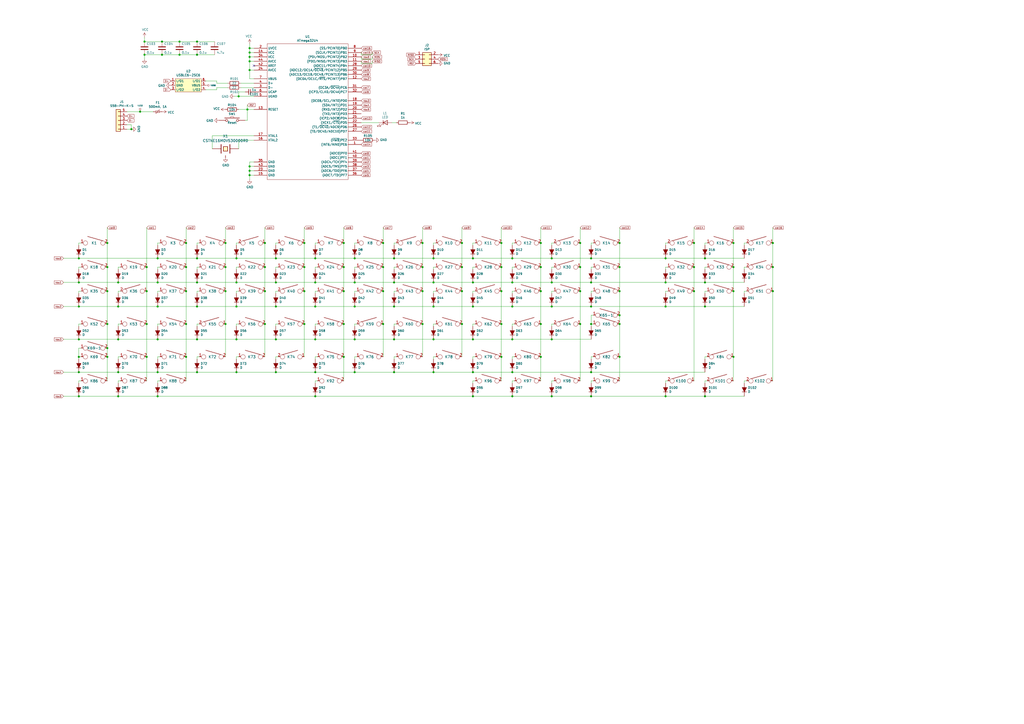
<source format=kicad_sch>
(kicad_sch (version 20200828) (generator eeschema)
  (page 1 1)
  (paper "A2")
  (junction (at 45.72 149.86) (diameter 1.016))
  (junction (at 45.72 163.83) (diameter 1.016))
  (junction (at 45.72 177.8) (diameter 1.016))
  (junction (at 45.72 196.85) (diameter 1.016))
  (junction (at 45.72 207.01) (diameter 1.016))
  (junction (at 45.72 215.9) (diameter 1.016))
  (junction (at 45.72 229.87) (diameter 1.016))
  (junction (at 62.23 140.97) (diameter 1.016))
  (junction (at 62.23 154.94) (diameter 1.016))
  (junction (at 62.23 168.91) (diameter 1.016))
  (junction (at 62.23 187.96) (diameter 1.016))
  (junction (at 62.23 201.93) (diameter 1.016))
  (junction (at 62.23 207.01) (diameter 1.016))
  (junction (at 68.58 163.83) (diameter 1.016))
  (junction (at 68.58 177.8) (diameter 1.016))
  (junction (at 68.58 196.85) (diameter 1.016))
  (junction (at 68.58 215.9) (diameter 1.016))
  (junction (at 68.58 229.87) (diameter 1.016))
  (junction (at 76.2 74.93) (diameter 1.016))
  (junction (at 81.28 64.77) (diameter 1.016))
  (junction (at 83.82 24.13) (diameter 1.016))
  (junction (at 83.82 31.75) (diameter 1.016))
  (junction (at 85.09 154.94) (diameter 1.016))
  (junction (at 85.09 168.91) (diameter 1.016))
  (junction (at 85.09 187.96) (diameter 1.016))
  (junction (at 85.09 207.01) (diameter 1.016))
  (junction (at 91.44 149.86) (diameter 1.016))
  (junction (at 91.44 163.83) (diameter 1.016))
  (junction (at 91.44 177.8) (diameter 1.016))
  (junction (at 91.44 196.85) (diameter 1.016))
  (junction (at 91.44 215.9) (diameter 1.016))
  (junction (at 91.44 229.87) (diameter 1.016))
  (junction (at 93.98 24.13) (diameter 1.016))
  (junction (at 93.98 31.75) (diameter 1.016))
  (junction (at 104.14 24.13) (diameter 1.016))
  (junction (at 104.14 31.75) (diameter 1.016))
  (junction (at 107.95 140.97) (diameter 1.016))
  (junction (at 107.95 154.94) (diameter 1.016))
  (junction (at 107.95 168.91) (diameter 1.016))
  (junction (at 107.95 187.96) (diameter 1.016))
  (junction (at 107.95 207.01) (diameter 1.016))
  (junction (at 114.3 24.13) (diameter 1.016))
  (junction (at 114.3 31.75) (diameter 1.016))
  (junction (at 114.3 149.86) (diameter 1.016))
  (junction (at 114.3 163.83) (diameter 1.016))
  (junction (at 114.3 177.8) (diameter 1.016))
  (junction (at 114.3 196.85) (diameter 1.016))
  (junction (at 114.3 215.9) (diameter 1.016))
  (junction (at 130.81 140.97) (diameter 1.016))
  (junction (at 130.81 154.94) (diameter 1.016))
  (junction (at 130.81 168.91) (diameter 1.016))
  (junction (at 130.81 187.96) (diameter 1.016))
  (junction (at 137.16 149.86) (diameter 1.016))
  (junction (at 137.16 163.83) (diameter 1.016))
  (junction (at 137.16 177.8) (diameter 1.016))
  (junction (at 137.16 196.85) (diameter 1.016))
  (junction (at 137.16 215.9) (diameter 1.016))
  (junction (at 138.43 55.88) (diameter 1.016))
  (junction (at 143.51 63.5) (diameter 1.016))
  (junction (at 144.78 27.94) (diameter 1.016))
  (junction (at 144.78 30.48) (diameter 1.016))
  (junction (at 144.78 33.02) (diameter 1.016))
  (junction (at 144.78 35.56) (diameter 1.016))
  (junction (at 144.78 40.64) (diameter 1.016))
  (junction (at 144.78 96.52) (diameter 1.016))
  (junction (at 144.78 99.06) (diameter 1.016))
  (junction (at 144.78 101.6) (diameter 1.016))
  (junction (at 153.67 140.97) (diameter 1.016))
  (junction (at 153.67 154.94) (diameter 1.016))
  (junction (at 153.67 168.91) (diameter 1.016))
  (junction (at 153.67 187.96) (diameter 1.016))
  (junction (at 160.02 149.86) (diameter 1.016))
  (junction (at 160.02 163.83) (diameter 1.016))
  (junction (at 160.02 177.8) (diameter 1.016))
  (junction (at 160.02 196.85) (diameter 1.016))
  (junction (at 160.02 215.9) (diameter 1.016))
  (junction (at 176.53 140.97) (diameter 1.016))
  (junction (at 176.53 154.94) (diameter 1.016))
  (junction (at 176.53 168.91) (diameter 1.016))
  (junction (at 176.53 187.96) (diameter 1.016))
  (junction (at 182.88 149.86) (diameter 1.016))
  (junction (at 182.88 163.83) (diameter 1.016))
  (junction (at 182.88 177.8) (diameter 1.016))
  (junction (at 182.88 196.85) (diameter 1.016))
  (junction (at 182.88 215.9) (diameter 1.016))
  (junction (at 182.88 229.87) (diameter 1.016))
  (junction (at 199.39 140.97) (diameter 1.016))
  (junction (at 199.39 154.94) (diameter 1.016))
  (junction (at 199.39 168.91) (diameter 1.016))
  (junction (at 199.39 187.96) (diameter 1.016))
  (junction (at 199.39 207.01) (diameter 1.016))
  (junction (at 205.74 149.86) (diameter 1.016))
  (junction (at 205.74 163.83) (diameter 1.016))
  (junction (at 205.74 177.8) (diameter 1.016))
  (junction (at 205.74 196.85) (diameter 1.016))
  (junction (at 205.74 215.9) (diameter 1.016))
  (junction (at 222.25 140.97) (diameter 1.016))
  (junction (at 222.25 154.94) (diameter 1.016))
  (junction (at 222.25 168.91) (diameter 1.016))
  (junction (at 222.25 187.96) (diameter 1.016))
  (junction (at 228.6 149.86) (diameter 1.016))
  (junction (at 228.6 163.83) (diameter 1.016))
  (junction (at 228.6 177.8) (diameter 1.016))
  (junction (at 228.6 196.85) (diameter 1.016))
  (junction (at 228.6 215.9) (diameter 1.016))
  (junction (at 245.11 140.97) (diameter 1.016))
  (junction (at 245.11 154.94) (diameter 1.016))
  (junction (at 245.11 168.91) (diameter 1.016))
  (junction (at 245.11 187.96) (diameter 1.016))
  (junction (at 251.46 149.86) (diameter 1.016))
  (junction (at 251.46 163.83) (diameter 1.016))
  (junction (at 251.46 177.8) (diameter 1.016))
  (junction (at 251.46 196.85) (diameter 1.016))
  (junction (at 251.46 215.9) (diameter 1.016))
  (junction (at 267.97 140.97) (diameter 1.016))
  (junction (at 267.97 154.94) (diameter 1.016))
  (junction (at 267.97 168.91) (diameter 1.016))
  (junction (at 267.97 187.96) (diameter 1.016))
  (junction (at 274.32 149.86) (diameter 1.016))
  (junction (at 274.32 163.83) (diameter 1.016))
  (junction (at 274.32 177.8) (diameter 1.016))
  (junction (at 274.32 196.85) (diameter 1.016))
  (junction (at 274.32 215.9) (diameter 1.016))
  (junction (at 274.32 229.87) (diameter 1.016))
  (junction (at 290.83 140.97) (diameter 1.016))
  (junction (at 290.83 154.94) (diameter 1.016))
  (junction (at 290.83 168.91) (diameter 1.016))
  (junction (at 290.83 187.96) (diameter 1.016))
  (junction (at 290.83 207.01) (diameter 1.016))
  (junction (at 297.18 149.86) (diameter 1.016))
  (junction (at 297.18 163.83) (diameter 1.016))
  (junction (at 297.18 177.8) (diameter 1.016))
  (junction (at 297.18 196.85) (diameter 1.016))
  (junction (at 297.18 215.9) (diameter 1.016))
  (junction (at 297.18 229.87) (diameter 1.016))
  (junction (at 313.69 140.97) (diameter 1.016))
  (junction (at 313.69 154.94) (diameter 1.016))
  (junction (at 313.69 168.91) (diameter 1.016))
  (junction (at 313.69 187.96) (diameter 1.016))
  (junction (at 313.69 207.01) (diameter 1.016))
  (junction (at 320.04 149.86) (diameter 1.016))
  (junction (at 320.04 163.83) (diameter 1.016))
  (junction (at 320.04 177.8) (diameter 1.016))
  (junction (at 320.04 196.85) (diameter 1.016))
  (junction (at 320.04 229.87) (diameter 1.016))
  (junction (at 336.55 140.97) (diameter 1.016))
  (junction (at 336.55 154.94) (diameter 1.016))
  (junction (at 336.55 168.91) (diameter 1.016))
  (junction (at 336.55 187.96) (diameter 1.016))
  (junction (at 342.9 149.86) (diameter 1.016))
  (junction (at 342.9 163.83) (diameter 1.016))
  (junction (at 342.9 177.8) (diameter 1.016))
  (junction (at 342.9 187.96) (diameter 1.016))
  (junction (at 342.9 215.9) (diameter 1.016))
  (junction (at 342.9 229.87) (diameter 1.016))
  (junction (at 359.41 140.97) (diameter 1.016))
  (junction (at 359.41 154.94) (diameter 1.016))
  (junction (at 359.41 168.91) (diameter 1.016))
  (junction (at 359.41 182.88) (diameter 1.016))
  (junction (at 359.41 187.96) (diameter 1.016))
  (junction (at 359.41 207.01) (diameter 1.016))
  (junction (at 386.08 149.86) (diameter 1.016))
  (junction (at 386.08 163.83) (diameter 1.016))
  (junction (at 386.08 177.8) (diameter 1.016))
  (junction (at 386.08 229.87) (diameter 1.016))
  (junction (at 402.59 140.97) (diameter 1.016))
  (junction (at 402.59 154.94) (diameter 1.016))
  (junction (at 402.59 168.91) (diameter 1.016))
  (junction (at 408.94 149.86) (diameter 1.016))
  (junction (at 408.94 163.83) (diameter 1.016))
  (junction (at 408.94 177.8) (diameter 1.016))
  (junction (at 408.94 229.87) (diameter 1.016))
  (junction (at 425.45 140.97) (diameter 1.016))
  (junction (at 425.45 154.94) (diameter 1.016))
  (junction (at 425.45 168.91) (diameter 1.016))
  (junction (at 425.45 207.01) (diameter 1.016))
  (junction (at 448.31 140.97) (diameter 1.016))
  (junction (at 448.31 154.94) (diameter 1.016))
  (junction (at 448.31 168.91) (diameter 1.016))
  (no_connect (at 147.32 38.1))
  (wire (pts (xy 36.83 163.83) (xy 45.72 163.83)))
  (wire (pts (xy 45.72 140.97) (xy 45.72 142.24)))
  (wire (pts (xy 45.72 149.86) (xy 36.83 149.86)))
  (wire (pts (xy 45.72 149.86) (xy 91.44 149.86)))
  (wire (pts (xy 45.72 154.94) (xy 45.72 156.21)))
  (wire (pts (xy 45.72 163.83) (xy 68.58 163.83)))
  (wire (pts (xy 45.72 168.91) (xy 45.72 170.18)))
  (wire (pts (xy 45.72 177.8) (xy 36.83 177.8)))
  (wire (pts (xy 45.72 177.8) (xy 68.58 177.8)))
  (wire (pts (xy 45.72 187.96) (xy 45.72 189.23)))
  (wire (pts (xy 45.72 196.85) (xy 36.83 196.85)))
  (wire (pts (xy 45.72 196.85) (xy 68.58 196.85)))
  (wire (pts (xy 45.72 201.93) (xy 45.72 207.01)))
  (wire (pts (xy 45.72 207.01) (xy 45.72 208.28)))
  (wire (pts (xy 45.72 215.9) (xy 36.83 215.9)))
  (wire (pts (xy 45.72 215.9) (xy 68.58 215.9)))
  (wire (pts (xy 45.72 220.98) (xy 45.72 222.25)))
  (wire (pts (xy 45.72 229.87) (xy 36.83 229.87)))
  (wire (pts (xy 45.72 229.87) (xy 68.58 229.87)))
  (wire (pts (xy 46.99 140.97) (xy 45.72 140.97)))
  (wire (pts (xy 46.99 154.94) (xy 45.72 154.94)))
  (wire (pts (xy 46.99 168.91) (xy 45.72 168.91)))
  (wire (pts (xy 46.99 187.96) (xy 45.72 187.96)))
  (wire (pts (xy 46.99 201.93) (xy 45.72 201.93)))
  (wire (pts (xy 46.99 207.01) (xy 45.72 207.01)))
  (wire (pts (xy 46.99 220.98) (xy 45.72 220.98)))
  (wire (pts (xy 62.23 132.08) (xy 62.23 140.97)))
  (wire (pts (xy 62.23 140.97) (xy 62.23 154.94)))
  (wire (pts (xy 62.23 154.94) (xy 62.23 168.91)))
  (wire (pts (xy 62.23 168.91) (xy 62.23 187.96)))
  (wire (pts (xy 62.23 187.96) (xy 62.23 201.93)))
  (wire (pts (xy 62.23 201.93) (xy 62.23 207.01)))
  (wire (pts (xy 62.23 207.01) (xy 62.23 220.98)))
  (wire (pts (xy 68.58 154.94) (xy 68.58 156.21)))
  (wire (pts (xy 68.58 163.83) (xy 91.44 163.83)))
  (wire (pts (xy 68.58 168.91) (xy 68.58 170.18)))
  (wire (pts (xy 68.58 177.8) (xy 91.44 177.8)))
  (wire (pts (xy 68.58 187.96) (xy 68.58 189.23)))
  (wire (pts (xy 68.58 196.85) (xy 91.44 196.85)))
  (wire (pts (xy 68.58 207.01) (xy 68.58 208.28)))
  (wire (pts (xy 68.58 215.9) (xy 91.44 215.9)))
  (wire (pts (xy 68.58 220.98) (xy 68.58 222.25)))
  (wire (pts (xy 68.58 229.87) (xy 91.44 229.87)))
  (wire (pts (xy 69.85 154.94) (xy 68.58 154.94)))
  (wire (pts (xy 69.85 168.91) (xy 68.58 168.91)))
  (wire (pts (xy 69.85 187.96) (xy 68.58 187.96)))
  (wire (pts (xy 69.85 207.01) (xy 68.58 207.01)))
  (wire (pts (xy 69.85 220.98) (xy 68.58 220.98)))
  (wire (pts (xy 73.66 64.77) (xy 81.28 64.77)))
  (wire (pts (xy 73.66 72.39) (xy 76.2 72.39)))
  (wire (pts (xy 76.2 72.39) (xy 76.2 74.93)))
  (wire (pts (xy 76.2 74.93) (xy 73.66 74.93)))
  (wire (pts (xy 81.28 64.77) (xy 88.9 64.77)))
  (wire (pts (xy 83.82 21.59) (xy 83.82 24.13)))
  (wire (pts (xy 83.82 24.13) (xy 93.98 24.13)))
  (wire (pts (xy 83.82 31.75) (xy 83.82 34.29)))
  (wire (pts (xy 85.09 132.08) (xy 85.09 154.94)))
  (wire (pts (xy 85.09 154.94) (xy 85.09 168.91)))
  (wire (pts (xy 85.09 168.91) (xy 85.09 187.96)))
  (wire (pts (xy 85.09 187.96) (xy 85.09 207.01)))
  (wire (pts (xy 85.09 207.01) (xy 85.09 220.98)))
  (wire (pts (xy 91.44 140.97) (xy 91.44 142.24)))
  (wire (pts (xy 91.44 149.86) (xy 114.3 149.86)))
  (wire (pts (xy 91.44 154.94) (xy 91.44 156.21)))
  (wire (pts (xy 91.44 163.83) (xy 114.3 163.83)))
  (wire (pts (xy 91.44 168.91) (xy 91.44 170.18)))
  (wire (pts (xy 91.44 177.8) (xy 114.3 177.8)))
  (wire (pts (xy 91.44 187.96) (xy 91.44 189.23)))
  (wire (pts (xy 91.44 196.85) (xy 114.3 196.85)))
  (wire (pts (xy 91.44 207.01) (xy 91.44 208.28)))
  (wire (pts (xy 91.44 215.9) (xy 114.3 215.9)))
  (wire (pts (xy 91.44 220.98) (xy 91.44 222.25)))
  (wire (pts (xy 91.44 229.87) (xy 182.88 229.87)))
  (wire (pts (xy 92.71 140.97) (xy 91.44 140.97)))
  (wire (pts (xy 92.71 154.94) (xy 91.44 154.94)))
  (wire (pts (xy 92.71 168.91) (xy 91.44 168.91)))
  (wire (pts (xy 92.71 187.96) (xy 91.44 187.96)))
  (wire (pts (xy 92.71 207.01) (xy 91.44 207.01)))
  (wire (pts (xy 92.71 220.98) (xy 91.44 220.98)))
  (wire (pts (xy 93.98 24.13) (xy 104.14 24.13)))
  (wire (pts (xy 93.98 31.75) (xy 83.82 31.75)))
  (wire (pts (xy 104.14 24.13) (xy 114.3 24.13)))
  (wire (pts (xy 104.14 31.75) (xy 93.98 31.75)))
  (wire (pts (xy 107.95 132.08) (xy 107.95 140.97)))
  (wire (pts (xy 107.95 140.97) (xy 107.95 154.94)))
  (wire (pts (xy 107.95 154.94) (xy 107.95 168.91)))
  (wire (pts (xy 107.95 168.91) (xy 107.95 187.96)))
  (wire (pts (xy 107.95 187.96) (xy 107.95 207.01)))
  (wire (pts (xy 107.95 207.01) (xy 107.95 220.98)))
  (wire (pts (xy 114.3 24.13) (xy 124.46 24.13)))
  (wire (pts (xy 114.3 31.75) (xy 104.14 31.75)))
  (wire (pts (xy 114.3 140.97) (xy 114.3 142.24)))
  (wire (pts (xy 114.3 149.86) (xy 137.16 149.86)))
  (wire (pts (xy 114.3 154.94) (xy 114.3 156.21)))
  (wire (pts (xy 114.3 163.83) (xy 137.16 163.83)))
  (wire (pts (xy 114.3 168.91) (xy 114.3 170.18)))
  (wire (pts (xy 114.3 177.8) (xy 137.16 177.8)))
  (wire (pts (xy 114.3 187.96) (xy 114.3 189.23)))
  (wire (pts (xy 114.3 196.85) (xy 137.16 196.85)))
  (wire (pts (xy 114.3 207.01) (xy 114.3 208.28)))
  (wire (pts (xy 114.3 215.9) (xy 137.16 215.9)))
  (wire (pts (xy 115.57 140.97) (xy 114.3 140.97)))
  (wire (pts (xy 115.57 154.94) (xy 114.3 154.94)))
  (wire (pts (xy 115.57 168.91) (xy 114.3 168.91)))
  (wire (pts (xy 115.57 187.96) (xy 114.3 187.96)))
  (wire (pts (xy 115.57 207.01) (xy 114.3 207.01)))
  (wire (pts (xy 119.38 52.07) (xy 125.73 52.07)))
  (wire (pts (xy 123.19 78.74) (xy 123.19 86.36)))
  (wire (pts (xy 124.46 31.75) (xy 114.3 31.75)))
  (wire (pts (xy 125.73 46.99) (xy 119.38 46.99)))
  (wire (pts (xy 125.73 48.26) (xy 125.73 46.99)))
  (wire (pts (xy 125.73 50.8) (xy 132.08 50.8)))
  (wire (pts (xy 125.73 52.07) (xy 125.73 50.8)))
  (wire (pts (xy 130.81 132.08) (xy 130.81 140.97)))
  (wire (pts (xy 130.81 140.97) (xy 130.81 154.94)))
  (wire (pts (xy 130.81 154.94) (xy 130.81 168.91)))
  (wire (pts (xy 130.81 168.91) (xy 130.81 187.96)))
  (wire (pts (xy 130.81 187.96) (xy 130.81 207.01)))
  (wire (pts (xy 132.08 48.26) (xy 125.73 48.26)))
  (wire (pts (xy 137.16 140.97) (xy 137.16 142.24)))
  (wire (pts (xy 137.16 149.86) (xy 160.02 149.86)))
  (wire (pts (xy 137.16 154.94) (xy 137.16 156.21)))
  (wire (pts (xy 137.16 163.83) (xy 160.02 163.83)))
  (wire (pts (xy 137.16 168.91) (xy 137.16 170.18)))
  (wire (pts (xy 137.16 177.8) (xy 160.02 177.8)))
  (wire (pts (xy 137.16 187.96) (xy 137.16 189.23)))
  (wire (pts (xy 137.16 196.85) (xy 160.02 196.85)))
  (wire (pts (xy 137.16 207.01) (xy 137.16 208.28)))
  (wire (pts (xy 137.16 215.9) (xy 160.02 215.9)))
  (wire (pts (xy 138.43 53.34) (xy 138.43 55.88)))
  (wire (pts (xy 138.43 55.88) (xy 135.89 55.88)))
  (wire (pts (xy 138.43 55.88) (xy 147.32 55.88)))
  (wire (pts (xy 138.43 81.28) (xy 138.43 86.36)))
  (wire (pts (xy 138.43 140.97) (xy 137.16 140.97)))
  (wire (pts (xy 138.43 154.94) (xy 137.16 154.94)))
  (wire (pts (xy 138.43 168.91) (xy 137.16 168.91)))
  (wire (pts (xy 138.43 187.96) (xy 137.16 187.96)))
  (wire (pts (xy 138.43 207.01) (xy 137.16 207.01)))
  (wire (pts (xy 139.7 48.26) (xy 147.32 48.26)))
  (wire (pts (xy 142.24 53.34) (xy 138.43 53.34)))
  (wire (pts (xy 142.24 69.85) (xy 143.51 69.85)))
  (wire (pts (xy 143.51 63.5) (xy 138.43 63.5)))
  (wire (pts (xy 143.51 63.5) (xy 143.51 60.96)))
  (wire (pts (xy 143.51 69.85) (xy 143.51 63.5)))
  (wire (pts (xy 144.78 27.94) (xy 144.78 25.4)))
  (wire (pts (xy 144.78 27.94) (xy 147.32 27.94)))
  (wire (pts (xy 144.78 30.48) (xy 144.78 27.94)))
  (wire (pts (xy 144.78 33.02) (xy 144.78 30.48)))
  (wire (pts (xy 144.78 35.56) (xy 144.78 33.02)))
  (wire (pts (xy 144.78 40.64) (xy 144.78 35.56)))
  (wire (pts (xy 144.78 45.72) (xy 144.78 40.64)))
  (wire (pts (xy 144.78 93.98) (xy 144.78 96.52)))
  (wire (pts (xy 144.78 96.52) (xy 144.78 99.06)))
  (wire (pts (xy 144.78 99.06) (xy 144.78 101.6)))
  (wire (pts (xy 144.78 101.6) (xy 144.78 104.14)))
  (wire (pts (xy 147.32 30.48) (xy 144.78 30.48)))
  (wire (pts (xy 147.32 33.02) (xy 144.78 33.02)))
  (wire (pts (xy 147.32 35.56) (xy 144.78 35.56)))
  (wire (pts (xy 147.32 40.64) (xy 144.78 40.64)))
  (wire (pts (xy 147.32 45.72) (xy 144.78 45.72)))
  (wire (pts (xy 147.32 50.8) (xy 139.7 50.8)))
  (wire (pts (xy 147.32 63.5) (xy 143.51 63.5)))
  (wire (pts (xy 147.32 78.74) (xy 123.19 78.74)))
  (wire (pts (xy 147.32 81.28) (xy 138.43 81.28)))
  (wire (pts (xy 147.32 93.98) (xy 144.78 93.98)))
  (wire (pts (xy 147.32 96.52) (xy 144.78 96.52)))
  (wire (pts (xy 147.32 99.06) (xy 144.78 99.06)))
  (wire (pts (xy 147.32 101.6) (xy 144.78 101.6)))
  (wire (pts (xy 153.67 132.08) (xy 153.67 140.97)))
  (wire (pts (xy 153.67 140.97) (xy 153.67 154.94)))
  (wire (pts (xy 153.67 154.94) (xy 153.67 168.91)))
  (wire (pts (xy 153.67 168.91) (xy 153.67 187.96)))
  (wire (pts (xy 153.67 187.96) (xy 153.67 207.01)))
  (wire (pts (xy 160.02 140.97) (xy 160.02 142.24)))
  (wire (pts (xy 160.02 149.86) (xy 182.88 149.86)))
  (wire (pts (xy 160.02 154.94) (xy 160.02 156.21)))
  (wire (pts (xy 160.02 163.83) (xy 182.88 163.83)))
  (wire (pts (xy 160.02 168.91) (xy 160.02 170.18)))
  (wire (pts (xy 160.02 177.8) (xy 182.88 177.8)))
  (wire (pts (xy 160.02 187.96) (xy 160.02 189.23)))
  (wire (pts (xy 160.02 196.85) (xy 182.88 196.85)))
  (wire (pts (xy 160.02 207.01) (xy 160.02 208.28)))
  (wire (pts (xy 160.02 215.9) (xy 182.88 215.9)))
  (wire (pts (xy 161.29 140.97) (xy 160.02 140.97)))
  (wire (pts (xy 161.29 154.94) (xy 160.02 154.94)))
  (wire (pts (xy 161.29 168.91) (xy 160.02 168.91)))
  (wire (pts (xy 161.29 187.96) (xy 160.02 187.96)))
  (wire (pts (xy 161.29 207.01) (xy 160.02 207.01)))
  (wire (pts (xy 176.53 132.08) (xy 176.53 140.97)))
  (wire (pts (xy 176.53 140.97) (xy 176.53 154.94)))
  (wire (pts (xy 176.53 154.94) (xy 176.53 168.91)))
  (wire (pts (xy 176.53 168.91) (xy 176.53 187.96)))
  (wire (pts (xy 176.53 187.96) (xy 176.53 207.01)))
  (wire (pts (xy 182.88 140.97) (xy 182.88 142.24)))
  (wire (pts (xy 182.88 149.86) (xy 205.74 149.86)))
  (wire (pts (xy 182.88 154.94) (xy 182.88 156.21)))
  (wire (pts (xy 182.88 163.83) (xy 205.74 163.83)))
  (wire (pts (xy 182.88 168.91) (xy 182.88 170.18)))
  (wire (pts (xy 182.88 177.8) (xy 205.74 177.8)))
  (wire (pts (xy 182.88 187.96) (xy 182.88 189.23)))
  (wire (pts (xy 182.88 196.85) (xy 205.74 196.85)))
  (wire (pts (xy 182.88 207.01) (xy 182.88 208.28)))
  (wire (pts (xy 182.88 215.9) (xy 205.74 215.9)))
  (wire (pts (xy 182.88 220.98) (xy 182.88 222.25)))
  (wire (pts (xy 182.88 229.87) (xy 274.32 229.87)))
  (wire (pts (xy 184.15 140.97) (xy 182.88 140.97)))
  (wire (pts (xy 184.15 154.94) (xy 182.88 154.94)))
  (wire (pts (xy 184.15 168.91) (xy 182.88 168.91)))
  (wire (pts (xy 184.15 187.96) (xy 182.88 187.96)))
  (wire (pts (xy 184.15 207.01) (xy 182.88 207.01)))
  (wire (pts (xy 184.15 220.98) (xy 182.88 220.98)))
  (wire (pts (xy 199.39 132.08) (xy 199.39 140.97)))
  (wire (pts (xy 199.39 140.97) (xy 199.39 154.94)))
  (wire (pts (xy 199.39 154.94) (xy 199.39 168.91)))
  (wire (pts (xy 199.39 168.91) (xy 199.39 187.96)))
  (wire (pts (xy 199.39 187.96) (xy 199.39 207.01)))
  (wire (pts (xy 199.39 207.01) (xy 199.39 220.98)))
  (wire (pts (xy 205.74 140.97) (xy 205.74 142.24)))
  (wire (pts (xy 205.74 149.86) (xy 228.6 149.86)))
  (wire (pts (xy 205.74 154.94) (xy 205.74 156.21)))
  (wire (pts (xy 205.74 163.83) (xy 228.6 163.83)))
  (wire (pts (xy 205.74 168.91) (xy 205.74 170.18)))
  (wire (pts (xy 205.74 177.8) (xy 228.6 177.8)))
  (wire (pts (xy 205.74 187.96) (xy 205.74 189.23)))
  (wire (pts (xy 205.74 196.85) (xy 228.6 196.85)))
  (wire (pts (xy 205.74 207.01) (xy 205.74 208.28)))
  (wire (pts (xy 205.74 215.9) (xy 228.6 215.9)))
  (wire (pts (xy 207.01 140.97) (xy 205.74 140.97)))
  (wire (pts (xy 207.01 154.94) (xy 205.74 154.94)))
  (wire (pts (xy 207.01 168.91) (xy 205.74 168.91)))
  (wire (pts (xy 207.01 187.96) (xy 205.74 187.96)))
  (wire (pts (xy 207.01 207.01) (xy 205.74 207.01)))
  (wire (pts (xy 209.55 31.75) (xy 209.55 30.48)))
  (wire (pts (xy 209.55 33.02) (xy 209.55 34.29)))
  (wire (pts (xy 209.55 34.29) (xy 215.9 34.29)))
  (wire (pts (xy 209.55 36.83) (xy 209.55 35.56)))
  (wire (pts (xy 215.9 30.48) (xy 215.9 31.75)))
  (wire (pts (xy 215.9 31.75) (xy 209.55 31.75)))
  (wire (pts (xy 215.9 34.29) (xy 215.9 33.02)))
  (wire (pts (xy 215.9 35.56) (xy 215.9 36.83)))
  (wire (pts (xy 215.9 36.83) (xy 209.55 36.83)))
  (wire (pts (xy 219.71 71.12) (xy 209.55 71.12)))
  (wire (pts (xy 222.25 132.08) (xy 222.25 140.97)))
  (wire (pts (xy 222.25 140.97) (xy 222.25 154.94)))
  (wire (pts (xy 222.25 154.94) (xy 222.25 168.91)))
  (wire (pts (xy 222.25 168.91) (xy 222.25 187.96)))
  (wire (pts (xy 222.25 187.96) (xy 222.25 207.01)))
  (wire (pts (xy 227.33 71.12) (xy 229.87 71.12)))
  (wire (pts (xy 228.6 140.97) (xy 228.6 142.24)))
  (wire (pts (xy 228.6 149.86) (xy 251.46 149.86)))
  (wire (pts (xy 228.6 154.94) (xy 228.6 156.21)))
  (wire (pts (xy 228.6 163.83) (xy 251.46 163.83)))
  (wire (pts (xy 228.6 168.91) (xy 228.6 170.18)))
  (wire (pts (xy 228.6 177.8) (xy 251.46 177.8)))
  (wire (pts (xy 228.6 187.96) (xy 228.6 189.23)))
  (wire (pts (xy 228.6 196.85) (xy 251.46 196.85)))
  (wire (pts (xy 228.6 207.01) (xy 228.6 208.28)))
  (wire (pts (xy 228.6 215.9) (xy 251.46 215.9)))
  (wire (pts (xy 229.87 140.97) (xy 228.6 140.97)))
  (wire (pts (xy 229.87 154.94) (xy 228.6 154.94)))
  (wire (pts (xy 229.87 168.91) (xy 228.6 168.91)))
  (wire (pts (xy 229.87 187.96) (xy 228.6 187.96)))
  (wire (pts (xy 229.87 207.01) (xy 228.6 207.01)))
  (wire (pts (xy 245.11 132.08) (xy 245.11 140.97)))
  (wire (pts (xy 245.11 140.97) (xy 245.11 154.94)))
  (wire (pts (xy 245.11 154.94) (xy 245.11 168.91)))
  (wire (pts (xy 245.11 168.91) (xy 245.11 187.96)))
  (wire (pts (xy 245.11 187.96) (xy 245.11 207.01)))
  (wire (pts (xy 251.46 140.97) (xy 251.46 142.24)))
  (wire (pts (xy 251.46 149.86) (xy 274.32 149.86)))
  (wire (pts (xy 251.46 154.94) (xy 251.46 156.21)))
  (wire (pts (xy 251.46 163.83) (xy 274.32 163.83)))
  (wire (pts (xy 251.46 168.91) (xy 251.46 170.18)))
  (wire (pts (xy 251.46 177.8) (xy 274.32 177.8)))
  (wire (pts (xy 251.46 187.96) (xy 251.46 189.23)))
  (wire (pts (xy 251.46 196.85) (xy 274.32 196.85)))
  (wire (pts (xy 251.46 207.01) (xy 251.46 208.28)))
  (wire (pts (xy 251.46 215.9) (xy 274.32 215.9)))
  (wire (pts (xy 252.73 140.97) (xy 251.46 140.97)))
  (wire (pts (xy 252.73 154.94) (xy 251.46 154.94)))
  (wire (pts (xy 252.73 168.91) (xy 251.46 168.91)))
  (wire (pts (xy 252.73 187.96) (xy 251.46 187.96)))
  (wire (pts (xy 252.73 207.01) (xy 251.46 207.01)))
  (wire (pts (xy 267.97 132.08) (xy 267.97 140.97)))
  (wire (pts (xy 267.97 140.97) (xy 267.97 154.94)))
  (wire (pts (xy 267.97 154.94) (xy 267.97 168.91)))
  (wire (pts (xy 267.97 168.91) (xy 267.97 187.96)))
  (wire (pts (xy 267.97 187.96) (xy 267.97 207.01)))
  (wire (pts (xy 274.32 140.97) (xy 274.32 142.24)))
  (wire (pts (xy 274.32 149.86) (xy 297.18 149.86)))
  (wire (pts (xy 274.32 154.94) (xy 274.32 156.21)))
  (wire (pts (xy 274.32 163.83) (xy 297.18 163.83)))
  (wire (pts (xy 274.32 168.91) (xy 274.32 170.18)))
  (wire (pts (xy 274.32 177.8) (xy 297.18 177.8)))
  (wire (pts (xy 274.32 187.96) (xy 274.32 189.23)))
  (wire (pts (xy 274.32 196.85) (xy 297.18 196.85)))
  (wire (pts (xy 274.32 207.01) (xy 274.32 208.28)))
  (wire (pts (xy 274.32 215.9) (xy 297.18 215.9)))
  (wire (pts (xy 274.32 220.98) (xy 274.32 222.25)))
  (wire (pts (xy 274.32 229.87) (xy 297.18 229.87)))
  (wire (pts (xy 275.59 140.97) (xy 274.32 140.97)))
  (wire (pts (xy 275.59 154.94) (xy 274.32 154.94)))
  (wire (pts (xy 275.59 168.91) (xy 274.32 168.91)))
  (wire (pts (xy 275.59 187.96) (xy 274.32 187.96)))
  (wire (pts (xy 275.59 207.01) (xy 274.32 207.01)))
  (wire (pts (xy 275.59 220.98) (xy 274.32 220.98)))
  (wire (pts (xy 290.83 132.08) (xy 290.83 140.97)))
  (wire (pts (xy 290.83 140.97) (xy 290.83 154.94)))
  (wire (pts (xy 290.83 154.94) (xy 290.83 168.91)))
  (wire (pts (xy 290.83 168.91) (xy 290.83 187.96)))
  (wire (pts (xy 290.83 187.96) (xy 290.83 207.01)))
  (wire (pts (xy 290.83 207.01) (xy 290.83 220.98)))
  (wire (pts (xy 297.18 140.97) (xy 297.18 142.24)))
  (wire (pts (xy 297.18 149.86) (xy 320.04 149.86)))
  (wire (pts (xy 297.18 154.94) (xy 297.18 156.21)))
  (wire (pts (xy 297.18 163.83) (xy 320.04 163.83)))
  (wire (pts (xy 297.18 168.91) (xy 297.18 170.18)))
  (wire (pts (xy 297.18 177.8) (xy 320.04 177.8)))
  (wire (pts (xy 297.18 187.96) (xy 297.18 189.23)))
  (wire (pts (xy 297.18 196.85) (xy 320.04 196.85)))
  (wire (pts (xy 297.18 207.01) (xy 297.18 208.28)))
  (wire (pts (xy 297.18 215.9) (xy 342.9 215.9)))
  (wire (pts (xy 297.18 220.98) (xy 297.18 222.25)))
  (wire (pts (xy 297.18 229.87) (xy 320.04 229.87)))
  (wire (pts (xy 298.45 140.97) (xy 297.18 140.97)))
  (wire (pts (xy 298.45 154.94) (xy 297.18 154.94)))
  (wire (pts (xy 298.45 168.91) (xy 297.18 168.91)))
  (wire (pts (xy 298.45 187.96) (xy 297.18 187.96)))
  (wire (pts (xy 298.45 207.01) (xy 297.18 207.01)))
  (wire (pts (xy 298.45 220.98) (xy 297.18 220.98)))
  (wire (pts (xy 313.69 132.08) (xy 313.69 140.97)))
  (wire (pts (xy 313.69 140.97) (xy 313.69 154.94)))
  (wire (pts (xy 313.69 154.94) (xy 313.69 168.91)))
  (wire (pts (xy 313.69 168.91) (xy 313.69 187.96)))
  (wire (pts (xy 313.69 187.96) (xy 313.69 207.01)))
  (wire (pts (xy 313.69 207.01) (xy 313.69 220.98)))
  (wire (pts (xy 320.04 140.97) (xy 320.04 142.24)))
  (wire (pts (xy 320.04 149.86) (xy 342.9 149.86)))
  (wire (pts (xy 320.04 154.94) (xy 320.04 156.21)))
  (wire (pts (xy 320.04 163.83) (xy 342.9 163.83)))
  (wire (pts (xy 320.04 168.91) (xy 320.04 170.18)))
  (wire (pts (xy 320.04 177.8) (xy 342.9 177.8)))
  (wire (pts (xy 320.04 187.96) (xy 320.04 189.23)))
  (wire (pts (xy 320.04 196.85) (xy 342.9 196.85)))
  (wire (pts (xy 320.04 220.98) (xy 320.04 222.25)))
  (wire (pts (xy 320.04 229.87) (xy 342.9 229.87)))
  (wire (pts (xy 321.31 140.97) (xy 320.04 140.97)))
  (wire (pts (xy 321.31 154.94) (xy 320.04 154.94)))
  (wire (pts (xy 321.31 168.91) (xy 320.04 168.91)))
  (wire (pts (xy 321.31 187.96) (xy 320.04 187.96)))
  (wire (pts (xy 321.31 220.98) (xy 320.04 220.98)))
  (wire (pts (xy 336.55 132.08) (xy 336.55 140.97)))
  (wire (pts (xy 336.55 140.97) (xy 336.55 154.94)))
  (wire (pts (xy 336.55 154.94) (xy 336.55 168.91)))
  (wire (pts (xy 336.55 168.91) (xy 336.55 187.96)))
  (wire (pts (xy 336.55 187.96) (xy 336.55 220.98)))
  (wire (pts (xy 342.9 140.97) (xy 342.9 142.24)))
  (wire (pts (xy 342.9 149.86) (xy 386.08 149.86)))
  (wire (pts (xy 342.9 154.94) (xy 342.9 156.21)))
  (wire (pts (xy 342.9 163.83) (xy 386.08 163.83)))
  (wire (pts (xy 342.9 168.91) (xy 342.9 170.18)))
  (wire (pts (xy 342.9 177.8) (xy 386.08 177.8)))
  (wire (pts (xy 342.9 182.88) (xy 342.9 187.96)))
  (wire (pts (xy 342.9 187.96) (xy 342.9 189.23)))
  (wire (pts (xy 342.9 207.01) (xy 342.9 208.28)))
  (wire (pts (xy 342.9 215.9) (xy 408.94 215.9)))
  (wire (pts (xy 342.9 220.98) (xy 342.9 222.25)))
  (wire (pts (xy 342.9 229.87) (xy 386.08 229.87)))
  (wire (pts (xy 344.17 140.97) (xy 342.9 140.97)))
  (wire (pts (xy 344.17 154.94) (xy 342.9 154.94)))
  (wire (pts (xy 344.17 168.91) (xy 342.9 168.91)))
  (wire (pts (xy 344.17 182.88) (xy 342.9 182.88)))
  (wire (pts (xy 344.17 187.96) (xy 342.9 187.96)))
  (wire (pts (xy 344.17 207.01) (xy 342.9 207.01)))
  (wire (pts (xy 344.17 220.98) (xy 342.9 220.98)))
  (wire (pts (xy 359.41 132.08) (xy 359.41 140.97)))
  (wire (pts (xy 359.41 140.97) (xy 359.41 154.94)))
  (wire (pts (xy 359.41 154.94) (xy 359.41 168.91)))
  (wire (pts (xy 359.41 168.91) (xy 359.41 182.88)))
  (wire (pts (xy 359.41 182.88) (xy 359.41 187.96)))
  (wire (pts (xy 359.41 187.96) (xy 359.41 207.01)))
  (wire (pts (xy 359.41 207.01) (xy 359.41 220.98)))
  (wire (pts (xy 386.08 140.97) (xy 386.08 142.24)))
  (wire (pts (xy 386.08 149.86) (xy 408.94 149.86)))
  (wire (pts (xy 386.08 154.94) (xy 386.08 156.21)))
  (wire (pts (xy 386.08 163.83) (xy 408.94 163.83)))
  (wire (pts (xy 386.08 168.91) (xy 386.08 170.18)))
  (wire (pts (xy 386.08 177.8) (xy 408.94 177.8)))
  (wire (pts (xy 386.08 220.98) (xy 386.08 222.25)))
  (wire (pts (xy 386.08 229.87) (xy 408.94 229.87)))
  (wire (pts (xy 387.35 140.97) (xy 386.08 140.97)))
  (wire (pts (xy 387.35 154.94) (xy 386.08 154.94)))
  (wire (pts (xy 387.35 168.91) (xy 386.08 168.91)))
  (wire (pts (xy 387.35 220.98) (xy 386.08 220.98)))
  (wire (pts (xy 402.59 132.08) (xy 402.59 140.97)))
  (wire (pts (xy 402.59 140.97) (xy 402.59 154.94)))
  (wire (pts (xy 402.59 154.94) (xy 402.59 168.91)))
  (wire (pts (xy 402.59 168.91) (xy 402.59 220.98)))
  (wire (pts (xy 408.94 140.97) (xy 408.94 142.24)))
  (wire (pts (xy 408.94 149.86) (xy 431.8 149.86)))
  (wire (pts (xy 408.94 154.94) (xy 408.94 156.21)))
  (wire (pts (xy 408.94 163.83) (xy 431.8 163.83)))
  (wire (pts (xy 408.94 168.91) (xy 408.94 170.18)))
  (wire (pts (xy 408.94 177.8) (xy 431.8 177.8)))
  (wire (pts (xy 408.94 207.01) (xy 408.94 208.28)))
  (wire (pts (xy 408.94 220.98) (xy 408.94 222.25)))
  (wire (pts (xy 408.94 229.87) (xy 431.8 229.87)))
  (wire (pts (xy 410.21 140.97) (xy 408.94 140.97)))
  (wire (pts (xy 410.21 154.94) (xy 408.94 154.94)))
  (wire (pts (xy 410.21 168.91) (xy 408.94 168.91)))
  (wire (pts (xy 410.21 207.01) (xy 408.94 207.01)))
  (wire (pts (xy 410.21 220.98) (xy 408.94 220.98)))
  (wire (pts (xy 425.45 132.08) (xy 425.45 140.97)))
  (wire (pts (xy 425.45 140.97) (xy 425.45 154.94)))
  (wire (pts (xy 425.45 154.94) (xy 425.45 168.91)))
  (wire (pts (xy 425.45 168.91) (xy 425.45 207.01)))
  (wire (pts (xy 425.45 207.01) (xy 425.45 220.98)))
  (wire (pts (xy 431.8 140.97) (xy 431.8 142.24)))
  (wire (pts (xy 431.8 154.94) (xy 431.8 156.21)))
  (wire (pts (xy 431.8 168.91) (xy 431.8 170.18)))
  (wire (pts (xy 431.8 220.98) (xy 431.8 222.25)))
  (wire (pts (xy 433.07 140.97) (xy 431.8 140.97)))
  (wire (pts (xy 433.07 154.94) (xy 431.8 154.94)))
  (wire (pts (xy 433.07 168.91) (xy 431.8 168.91)))
  (wire (pts (xy 433.07 220.98) (xy 431.8 220.98)))
  (wire (pts (xy 448.31 132.08) (xy 448.31 140.97)))
  (wire (pts (xy 448.31 140.97) (xy 448.31 154.94)))
  (wire (pts (xy 448.31 154.94) (xy 448.31 168.91)))
  (wire (pts (xy 448.31 168.91) (xy 448.31 220.98)))
  (global_label "row0" (shape input) (at 36.83 149.86 180) (effects (font (size 0.9906 0.9906))))
  (global_label "row1" (shape input) (at 36.83 163.83 180) (effects (font (size 0.9906 0.9906))))
  (global_label "row2" (shape input) (at 36.83 177.8 180) (effects (font (size 0.9906 0.9906))))
  (global_label "row3" (shape input) (at 36.83 196.85 180) (effects (font (size 0.9906 0.9906))))
  (global_label "row4" (shape input) (at 36.83 215.9 180) (effects (font (size 0.9906 0.9906))))
  (global_label "row5" (shape input) (at 36.83 229.87 180) (effects (font (size 0.9906 0.9906))))
  (global_label "col0" (shape input) (at 62.23 132.08 0) (effects (font (size 0.9906 0.9906))))
  (global_label "D+" (shape input) (at 73.66 67.31 0) (effects (font (size 0.9906 0.9906))))
  (global_label "D-" (shape input) (at 73.66 69.85 0) (effects (font (size 0.9906 0.9906))))
  (global_label "col1" (shape input) (at 85.09 132.08 0) (effects (font (size 0.9906 0.9906))))
  (global_label "D+" (shape input) (at 99.06 46.99 180) (effects (font (size 0.9906 0.9906))))
  (global_label "D-" (shape input) (at 99.06 52.07 180) (effects (font (size 0.9906 0.9906))))
  (global_label "col2" (shape input) (at 107.95 132.08 0) (effects (font (size 0.9906 0.9906))))
  (global_label "col3" (shape input) (at 130.81 132.08 0) (effects (font (size 0.9906 0.9906))))
  (global_label "RST" (shape input) (at 143.51 60.96 0) (effects (font (size 0.9906 0.9906))))
  (global_label "col4" (shape input) (at 153.67 132.08 0) (effects (font (size 0.9906 0.9906))))
  (global_label "col5" (shape input) (at 176.53 132.08 0) (effects (font (size 0.9906 0.9906))))
  (global_label "col6" (shape input) (at 199.39 132.08 0) (effects (font (size 0.9906 0.9906))))
  (global_label "col16" (shape input) (at 209.55 27.94 0) (effects (font (size 0.9906 0.9906))))
  (global_label "col15" (shape input) (at 209.55 30.48 0) (effects (font (size 0.9906 0.9906))))
  (global_label "row0" (shape input) (at 209.55 33.02 0) (effects (font (size 0.9906 0.9906))))
  (global_label "row1" (shape input) (at 209.55 35.56 0) (effects (font (size 0.9906 0.9906))))
  (global_label "col10" (shape input) (at 209.55 38.1 0) (effects (font (size 0.9906 0.9906))))
  (global_label "col9" (shape input) (at 209.55 40.64 0) (effects (font (size 0.9906 0.9906))))
  (global_label "col8" (shape input) (at 209.55 43.18 0) (effects (font (size 0.9906 0.9906))))
  (global_label "row2" (shape input) (at 209.55 45.72 0) (effects (font (size 0.9906 0.9906))))
  (global_label "col7" (shape input) (at 209.55 50.8 0) (effects (font (size 0.9906 0.9906))))
  (global_label "col6" (shape input) (at 209.55 53.34 0) (effects (font (size 0.9906 0.9906))))
  (global_label "row3" (shape input) (at 209.55 58.42 0) (effects (font (size 0.9906 0.9906))))
  (global_label "row4" (shape input) (at 209.55 60.96 0) (effects (font (size 0.9906 0.9906))))
  (global_label "row5" (shape input) (at 209.55 63.5 0) (effects (font (size 0.9906 0.9906))))
  (global_label "col13" (shape input) (at 209.55 68.58 0) (effects (font (size 0.9906 0.9906))))
  (global_label "col12" (shape input) (at 209.55 73.66 0) (effects (font (size 0.9906 0.9906))))
  (global_label "col11" (shape input) (at 209.55 76.2 0) (effects (font (size 0.9906 0.9906))))
  (global_label "col14" (shape input) (at 209.55 83.82 0) (effects (font (size 0.9906 0.9906))))
  (global_label "col0" (shape input) (at 209.55 88.9 0) (effects (font (size 0.9906 0.9906))))
  (global_label "col1" (shape input) (at 209.55 91.44 0) (effects (font (size 0.9906 0.9906))))
  (global_label "col2" (shape input) (at 209.55 93.98 0) (effects (font (size 0.9906 0.9906))))
  (global_label "col3" (shape input) (at 209.55 96.52 0) (effects (font (size 0.9906 0.9906))))
  (global_label "col4" (shape input) (at 209.55 99.06 0) (effects (font (size 0.9906 0.9906))))
  (global_label "col5" (shape input) (at 209.55 101.6 0) (effects (font (size 0.9906 0.9906))))
  (global_label "SCK" (shape input) (at 215.9 30.48 0) (effects (font (size 0.9906 0.9906))))
  (global_label "MOSI" (shape input) (at 215.9 33.02 0) (effects (font (size 0.9906 0.9906))))
  (global_label "MISO" (shape input) (at 215.9 35.56 0) (effects (font (size 0.9906 0.9906))))
  (global_label "col7" (shape input) (at 222.25 132.08 0) (effects (font (size 0.9906 0.9906))))
  (global_label "MISO" (shape input) (at 241.3 31.75 180) (effects (font (size 0.9906 0.9906))))
  (global_label "SCK" (shape input) (at 241.3 34.29 180) (effects (font (size 0.9906 0.9906))))
  (global_label "RST" (shape input) (at 241.3 36.83 180) (effects (font (size 0.9906 0.9906))))
  (global_label "col8" (shape input) (at 245.11 132.08 0) (effects (font (size 0.9906 0.9906))))
  (global_label "MOSI" (shape input) (at 254 34.29 0) (effects (font (size 0.9906 0.9906))))
  (global_label "col9" (shape input) (at 267.97 132.08 0) (effects (font (size 0.9906 0.9906))))
  (global_label "col10" (shape input) (at 290.83 132.08 0) (effects (font (size 0.9906 0.9906))))
  (global_label "col11" (shape input) (at 313.69 132.08 0) (effects (font (size 0.9906 0.9906))))
  (global_label "col12" (shape input) (at 336.55 132.08 0) (effects (font (size 0.9906 0.9906))))
  (global_label "col13" (shape input) (at 359.41 132.08 0) (effects (font (size 0.9906 0.9906))))
  (global_label "col14" (shape input) (at 402.59 132.08 0) (effects (font (size 0.9906 0.9906))))
  (global_label "col15" (shape input) (at 425.45 132.08 0) (effects (font (size 0.9906 0.9906))))
  (global_label "col16" (shape input) (at 448.31 132.08 0) (effects (font (size 0.9906 0.9906))))
  (symbol (lib_id "keyboard_parts:VUSB") (at 81.28 64.77 0) (unit 1)
    (property "Reference" "#PWR0104" (effects hide))
    (property "Value" "VUSB" (at 81.28 61.2648 0) (effects (font (size 0.762 0.762))))
  )
  (symbol (lib_id "keyboard_parts:VUSB") (at 119.38 49.53 270) (unit 1)
    (property "Reference" "#PWR0106" (effects hide))
    (property "Value" "VUSB" (at 122.1232 49.53 90) (effects (font (size 0.762 0.762)) (justify left)))
  )
  (symbol (lib_id "Power:VCC") (at 83.82 21.59 0) (unit 1)
    (property "Reference" "#PWR0114" (effects hide))
    (property "Value" "VCC" (at 84.2518 17.1958 0))
  )
  (symbol (lib_id "Power:VCC") (at 93.98 64.77 270) (unit 1)
    (property "Reference" "#PWR0103" (effects hide))
    (property "Value" "VCC" (at 97.2312 65.2018 90) (effects (justify left)))
  )
  (symbol (lib_id "Power:VCC") (at 130.81 63.5 90) (unit 1)
    (property "Reference" "#PWR0116" (effects hide))
    (property "Value" "VCC" (at 127.5842 63.0428 90) (effects (justify left)))
  )
  (symbol (lib_id "Power:VCC") (at 144.78 25.4 0) (mirror y) (unit 1)
    (property "Reference" "#PWR0111" (effects hide))
    (property "Value" "VCC" (at 144.3228 21.0058 0))
  )
  (symbol (lib_id "Power:VCC") (at 237.49 71.12 270) (unit 1)
    (property "Reference" "#PWR0101" (effects hide))
    (property "Value" "VCC" (at 240.7158 71.5772 90) (effects (justify left)))
  )
  (symbol (lib_id "Power:VCC") (at 254 31.75 270) (unit 1)
    (property "Reference" "#PWR0119" (effects hide))
    (property "Value" "VCC" (at 257.2512 32.1818 90) (effects (justify left)))
  )
  (symbol (lib_id "Power:GND") (at 76.2 74.93 90) (unit 1)
    (property "Reference" "#PWR0102" (effects hide))
    (property "Value" "GND" (at 80.5942 74.803 0))
  )
  (symbol (lib_id "Power:GND") (at 83.82 34.29 0) (unit 1)
    (property "Reference" "#PWR0115" (effects hide))
    (property "Value" "GND" (at 83.947 38.6842 0))
  )
  (symbol (lib_id "Power:GND") (at 99.06 49.53 270) (unit 1)
    (property "Reference" "#PWR0109" (effects hide))
    (property "Value" "GND" (at 95.8088 49.657 90) (effects (justify right)))
  )
  (symbol (lib_id "Power:GND") (at 127 69.85 270) (unit 1)
    (property "Reference" "#PWR0117" (effects hide))
    (property "Value" "GND" (at 123.7488 69.977 90) (effects (justify right)))
  )
  (symbol (lib_id "Power:GND") (at 130.81 91.44 0) (unit 1)
    (property "Reference" "#PWR0112" (effects hide))
    (property "Value" "GND" (at 130.937 95.8342 0))
  )
  (symbol (lib_id "Power:GND") (at 135.89 55.88 270) (unit 1)
    (property "Reference" "#PWR0110" (effects hide))
    (property "Value" "GND" (at 132.6388 56.007 90) (effects (justify right)))
  )
  (symbol (lib_id "Power:GND") (at 144.78 104.14 0) (unit 1)
    (property "Reference" "#PWR0113" (effects hide))
    (property "Value" "GND" (at 144.907 108.5342 0))
  )
  (symbol (lib_id "Power:GND") (at 217.17 81.28 90) (unit 1)
    (property "Reference" "#PWR0118" (effects hide))
    (property "Value" "GND" (at 220.4212 81.153 90) (effects (justify right)))
  )
  (symbol (lib_id "Power:GND") (at 254 36.83 90) (unit 1)
    (property "Reference" "#PWR0120" (effects hide))
    (property "Value" "GND" (at 257.2512 36.703 90) (effects (justify right)))
  )
  (symbol (lib_id "Device:Polyfuse_Small") (at 91.44 64.77 270) (unit 1)
    (property "Reference" "F1" (at 91.44 59.563 90))
    (property "Value" "500mA, 1A" (at 91.44 61.8744 90))
    (property "Footprint" "Keeb_components:R_0805" (effects hide))
  )
  (symbol (lib_id "Device:R") (at 134.62 63.5 270) (unit 1)
    (property "Reference" "R104" (at 134.62 60.96 90))
    (property "Value" "10k" (at 134.62 63.5 90))
    (property "Footprint" "Keeb_components:R_0805" (effects hide))
  )
  (symbol (lib_id "Device:R") (at 135.89 48.26 270) (unit 1)
    (property "Reference" "R101" (at 135.89 45.72 90))
    (property "Value" "22" (at 135.89 48.26 90))
    (property "Footprint" "Keeb_components:R_0805" (effects hide))
  )
  (symbol (lib_id "Device:R") (at 135.89 50.8 270) (unit 1)
    (property "Reference" "R102" (at 135.89 53.34 90))
    (property "Value" "22" (at 135.89 50.8 90))
    (property "Footprint" "Keeb_components:R_0805" (effects hide))
  )
  (symbol (lib_id "Device:R") (at 213.36 81.28 270) (unit 1)
    (property "Reference" "R105" (at 213.36 78.74 90))
    (property "Value" "10k" (at 213.36 81.28 90))
    (property "Footprint" "Keeb_components:R_0805" (effects hide))
  )
  (symbol (lib_id "Device:R") (at 233.68 71.12 270) (unit 1)
    (property "Reference" "R1" (at 233.68 65.8622 90))
    (property "Value" "1k" (at 233.68 68.1736 90))
    (property "Footprint" "Keeb_components:R_0805" (effects hide))
  )
  (symbol (lib_id "Device:C_Small") (at 144.78 53.34 270) (unit 1)
    (property "Reference" "C101" (at 147.32 54.61 90))
    (property "Value" "1u" (at 147.32 52.07 90))
    (property "Footprint" "Keeb_components:C_0805" (effects hide))
  )
  (symbol (lib_id "Device:D_ALT") (at 45.72 146.05 90) (unit 1)
    (property "Reference" "D1" (at 47.7266 144.8816 90) (effects (justify right)))
    (property "Value" "D" (at 47.7266 147.193 90) (effects (justify right)))
    (property "Footprint" "Keeb_components:D_0805" (effects hide))
  )
  (symbol (lib_id "Device:D_ALT") (at 45.72 160.02 90) (unit 1)
    (property "Reference" "D18" (at 47.7266 158.8516 90) (effects (justify right)))
    (property "Value" "D" (at 47.7266 161.163 90) (effects (justify right)))
    (property "Footprint" "Keeb_components:D_0805" (effects hide))
  )
  (symbol (lib_id "Device:D_ALT") (at 45.72 173.99 90) (unit 1)
    (property "Reference" "D35" (at 47.7266 172.8216 90) (effects (justify right)))
    (property "Value" "D" (at 47.7266 175.133 90) (effects (justify right)))
    (property "Footprint" "Keeb_components:D_0805" (effects hide))
  )
  (symbol (lib_id "Device:D_ALT") (at 45.72 193.04 90) (unit 1)
    (property "Reference" "D52" (at 47.7266 191.8716 90) (effects (justify right)))
    (property "Value" "D" (at 47.7266 194.183 90) (effects (justify right)))
    (property "Footprint" "Keeb_components:D_0805" (effects hide))
  )
  (symbol (lib_id "Device:D_ALT") (at 45.72 212.09 90) (unit 1)
    (property "Reference" "D69" (at 47.7266 210.9216 90) (effects (justify right)))
    (property "Value" "D" (at 47.7266 213.233 90) (effects (justify right)))
    (property "Footprint" "Keeb_components:D_0805" (effects hide))
  )
  (symbol (lib_id "Device:D_ALT") (at 45.72 226.06 90) (unit 1)
    (property "Reference" "D86" (at 47.7266 224.8916 90) (effects (justify right)))
    (property "Value" "D" (at 47.7266 227.203 90) (effects (justify right)))
    (property "Footprint" "Keeb_components:D_0805" (effects hide))
  )
  (symbol (lib_id "Device:D_ALT") (at 68.58 160.02 90) (unit 1)
    (property "Reference" "D19" (at 70.5866 158.8516 90) (effects (justify right)))
    (property "Value" "D" (at 70.5866 161.163 90) (effects (justify right)))
    (property "Footprint" "Keeb_components:D_0805" (effects hide))
  )
  (symbol (lib_id "Device:D_ALT") (at 68.58 173.99 90) (unit 1)
    (property "Reference" "D36" (at 70.5866 172.8216 90) (effects (justify right)))
    (property "Value" "D" (at 70.5866 175.133 90) (effects (justify right)))
    (property "Footprint" "Keeb_components:D_0805" (effects hide))
  )
  (symbol (lib_id "Device:D_ALT") (at 68.58 193.04 90) (unit 1)
    (property "Reference" "D53" (at 70.5866 191.8716 90) (effects (justify right)))
    (property "Value" "D" (at 70.5866 194.183 90) (effects (justify right)))
    (property "Footprint" "Keeb_components:D_0805" (effects hide))
  )
  (symbol (lib_id "Device:D_ALT") (at 68.58 212.09 90) (unit 1)
    (property "Reference" "D70" (at 70.5866 210.9216 90) (effects (justify right)))
    (property "Value" "D" (at 70.5866 213.233 90) (effects (justify right)))
    (property "Footprint" "Keeb_components:D_0805" (effects hide))
  )
  (symbol (lib_id "Device:D_ALT") (at 68.58 226.06 90) (unit 1)
    (property "Reference" "D87" (at 70.5866 224.8916 90) (effects (justify right)))
    (property "Value" "D" (at 70.5866 227.203 90) (effects (justify right)))
    (property "Footprint" "Keeb_components:D_0805" (effects hide))
  )
  (symbol (lib_id "Device:D_ALT") (at 91.44 146.05 90) (unit 1)
    (property "Reference" "D3" (at 93.4466 144.8816 90) (effects (justify right)))
    (property "Value" "D" (at 93.4466 147.193 90) (effects (justify right)))
    (property "Footprint" "Keeb_components:D_0805" (effects hide))
  )
  (symbol (lib_id "Device:D_ALT") (at 91.44 160.02 90) (unit 1)
    (property "Reference" "D20" (at 93.4466 158.8516 90) (effects (justify right)))
    (property "Value" "D" (at 93.4466 161.163 90) (effects (justify right)))
    (property "Footprint" "Keeb_components:D_0805" (effects hide))
  )
  (symbol (lib_id "Device:D_ALT") (at 91.44 173.99 90) (unit 1)
    (property "Reference" "D37" (at 93.4466 172.8216 90) (effects (justify right)))
    (property "Value" "D" (at 93.4466 175.133 90) (effects (justify right)))
    (property "Footprint" "Keeb_components:D_0805" (effects hide))
  )
  (symbol (lib_id "Device:D_ALT") (at 91.44 193.04 90) (unit 1)
    (property "Reference" "D54" (at 93.4466 191.8716 90) (effects (justify right)))
    (property "Value" "D" (at 93.4466 194.183 90) (effects (justify right)))
    (property "Footprint" "Keeb_components:D_0805" (effects hide))
  )
  (symbol (lib_id "Device:D_ALT") (at 91.44 212.09 90) (unit 1)
    (property "Reference" "D71" (at 93.4466 210.9216 90) (effects (justify right)))
    (property "Value" "D" (at 93.4466 213.233 90) (effects (justify right)))
    (property "Footprint" "Keeb_components:D_0805" (effects hide))
  )
  (symbol (lib_id "Device:D_ALT") (at 91.44 226.06 90) (unit 1)
    (property "Reference" "D88" (at 93.4466 224.8916 90) (effects (justify right)))
    (property "Value" "D" (at 93.4466 227.203 90) (effects (justify right)))
    (property "Footprint" "Keeb_components:D_0805" (effects hide))
  )
  (symbol (lib_id "Device:D_ALT") (at 114.3 146.05 90) (unit 1)
    (property "Reference" "D4" (at 116.3066 144.8816 90) (effects (justify right)))
    (property "Value" "D" (at 116.3066 147.193 90) (effects (justify right)))
    (property "Footprint" "Keeb_components:D_0805" (effects hide))
  )
  (symbol (lib_id "Device:D_ALT") (at 114.3 160.02 90) (unit 1)
    (property "Reference" "D21" (at 116.3066 158.8516 90) (effects (justify right)))
    (property "Value" "D" (at 116.3066 161.163 90) (effects (justify right)))
    (property "Footprint" "Keeb_components:D_0805" (effects hide))
  )
  (symbol (lib_id "Device:D_ALT") (at 114.3 173.99 90) (unit 1)
    (property "Reference" "D38" (at 116.3066 172.8216 90) (effects (justify right)))
    (property "Value" "D" (at 116.3066 175.133 90) (effects (justify right)))
    (property "Footprint" "Keeb_components:D_0805" (effects hide))
  )
  (symbol (lib_id "Device:D_ALT") (at 114.3 193.04 90) (unit 1)
    (property "Reference" "D55" (at 116.3066 191.8716 90) (effects (justify right)))
    (property "Value" "D" (at 116.3066 194.183 90) (effects (justify right)))
    (property "Footprint" "Keeb_components:D_0805" (effects hide))
  )
  (symbol (lib_id "Device:D_ALT") (at 114.3 212.09 90) (unit 1)
    (property "Reference" "D72" (at 116.3066 210.9216 90) (effects (justify right)))
    (property "Value" "D" (at 116.3066 213.233 90) (effects (justify right)))
    (property "Footprint" "Keeb_components:D_0805" (effects hide))
  )
  (symbol (lib_id "Device:D_ALT") (at 137.16 146.05 90) (unit 1)
    (property "Reference" "D5" (at 139.1666 144.8816 90) (effects (justify right)))
    (property "Value" "D" (at 139.1666 147.193 90) (effects (justify right)))
    (property "Footprint" "Keeb_components:D_0805" (effects hide))
  )
  (symbol (lib_id "Device:D_ALT") (at 137.16 160.02 90) (unit 1)
    (property "Reference" "D22" (at 139.1666 158.8516 90) (effects (justify right)))
    (property "Value" "D" (at 139.1666 161.163 90) (effects (justify right)))
    (property "Footprint" "Keeb_components:D_0805" (effects hide))
  )
  (symbol (lib_id "Device:D_ALT") (at 137.16 173.99 90) (unit 1)
    (property "Reference" "D39" (at 139.1666 172.8216 90) (effects (justify right)))
    (property "Value" "D" (at 139.1666 175.133 90) (effects (justify right)))
    (property "Footprint" "Keeb_components:D_0805" (effects hide))
  )
  (symbol (lib_id "Device:D_ALT") (at 137.16 193.04 90) (unit 1)
    (property "Reference" "D56" (at 139.1666 191.8716 90) (effects (justify right)))
    (property "Value" "D" (at 139.1666 194.183 90) (effects (justify right)))
    (property "Footprint" "Keeb_components:D_0805" (effects hide))
  )
  (symbol (lib_id "Device:D_ALT") (at 137.16 212.09 90) (unit 1)
    (property "Reference" "D73" (at 139.1666 210.9216 90) (effects (justify right)))
    (property "Value" "D" (at 139.1666 213.233 90) (effects (justify right)))
    (property "Footprint" "Keeb_components:D_0805" (effects hide))
  )
  (symbol (lib_id "Device:D_ALT") (at 160.02 146.05 90) (unit 1)
    (property "Reference" "D6" (at 162.0266 144.8816 90) (effects (justify right)))
    (property "Value" "D" (at 162.0266 147.193 90) (effects (justify right)))
    (property "Footprint" "Keeb_components:D_0805" (effects hide))
  )
  (symbol (lib_id "Device:D_ALT") (at 160.02 160.02 90) (unit 1)
    (property "Reference" "D23" (at 162.0266 158.8516 90) (effects (justify right)))
    (property "Value" "D" (at 162.0266 161.163 90) (effects (justify right)))
    (property "Footprint" "Keeb_components:D_0805" (effects hide))
  )
  (symbol (lib_id "Device:D_ALT") (at 160.02 173.99 90) (unit 1)
    (property "Reference" "D40" (at 162.0266 172.8216 90) (effects (justify right)))
    (property "Value" "D" (at 162.0266 175.133 90) (effects (justify right)))
    (property "Footprint" "Keeb_components:D_0805" (effects hide))
  )
  (symbol (lib_id "Device:D_ALT") (at 160.02 193.04 90) (unit 1)
    (property "Reference" "D57" (at 162.0266 191.8716 90) (effects (justify right)))
    (property "Value" "D" (at 162.0266 194.183 90) (effects (justify right)))
    (property "Footprint" "Keeb_components:D_0805" (effects hide))
  )
  (symbol (lib_id "Device:D_ALT") (at 160.02 212.09 90) (unit 1)
    (property "Reference" "D74" (at 162.0266 210.9216 90) (effects (justify right)))
    (property "Value" "D" (at 162.0266 213.233 90) (effects (justify right)))
    (property "Footprint" "Keeb_components:D_0805" (effects hide))
  )
  (symbol (lib_id "Device:D_ALT") (at 182.88 146.05 90) (unit 1)
    (property "Reference" "D7" (at 184.8866 144.8816 90) (effects (justify right)))
    (property "Value" "D" (at 184.8866 147.193 90) (effects (justify right)))
    (property "Footprint" "Keeb_components:D_0805" (effects hide))
  )
  (symbol (lib_id "Device:D_ALT") (at 182.88 160.02 90) (unit 1)
    (property "Reference" "D24" (at 184.8866 158.8516 90) (effects (justify right)))
    (property "Value" "D" (at 184.8866 161.163 90) (effects (justify right)))
    (property "Footprint" "Keeb_components:D_0805" (effects hide))
  )
  (symbol (lib_id "Device:D_ALT") (at 182.88 173.99 90) (unit 1)
    (property "Reference" "D41" (at 184.8866 172.8216 90) (effects (justify right)))
    (property "Value" "D" (at 184.8866 175.133 90) (effects (justify right)))
    (property "Footprint" "Keeb_components:D_0805" (effects hide))
  )
  (symbol (lib_id "Device:D_ALT") (at 182.88 193.04 90) (unit 1)
    (property "Reference" "D58" (at 184.8866 191.8716 90) (effects (justify right)))
    (property "Value" "D" (at 184.8866 194.183 90) (effects (justify right)))
    (property "Footprint" "Keeb_components:D_0805" (effects hide))
  )
  (symbol (lib_id "Device:D_ALT") (at 182.88 212.09 90) (unit 1)
    (property "Reference" "D75" (at 184.8866 210.9216 90) (effects (justify right)))
    (property "Value" "D" (at 184.8866 213.233 90) (effects (justify right)))
    (property "Footprint" "Keeb_components:D_0805" (effects hide))
  )
  (symbol (lib_id "Device:D_ALT") (at 182.88 226.06 90) (unit 1)
    (property "Reference" "D92" (at 184.8866 224.8916 90) (effects (justify right)))
    (property "Value" "D" (at 184.8866 227.203 90) (effects (justify right)))
    (property "Footprint" "Keeb_components:D_0805" (effects hide))
  )
  (symbol (lib_id "Device:D_ALT") (at 205.74 146.05 90) (unit 1)
    (property "Reference" "D8" (at 207.7466 144.8816 90) (effects (justify right)))
    (property "Value" "D" (at 207.7466 147.193 90) (effects (justify right)))
    (property "Footprint" "Keeb_components:D_0805" (effects hide))
  )
  (symbol (lib_id "Device:D_ALT") (at 205.74 160.02 90) (unit 1)
    (property "Reference" "D25" (at 207.7466 158.8516 90) (effects (justify right)))
    (property "Value" "D" (at 207.7466 161.163 90) (effects (justify right)))
    (property "Footprint" "Keeb_components:D_0805" (effects hide))
  )
  (symbol (lib_id "Device:D_ALT") (at 205.74 173.99 90) (unit 1)
    (property "Reference" "D42" (at 207.7466 172.8216 90) (effects (justify right)))
    (property "Value" "D" (at 207.7466 175.133 90) (effects (justify right)))
    (property "Footprint" "Keeb_components:D_0805" (effects hide))
  )
  (symbol (lib_id "Device:D_ALT") (at 205.74 193.04 90) (unit 1)
    (property "Reference" "D59" (at 207.7466 191.8716 90) (effects (justify right)))
    (property "Value" "D" (at 207.7466 194.183 90) (effects (justify right)))
    (property "Footprint" "Keeb_components:D_0805" (effects hide))
  )
  (symbol (lib_id "Device:D_ALT") (at 205.74 212.09 90) (unit 1)
    (property "Reference" "D76" (at 207.7466 210.9216 90) (effects (justify right)))
    (property "Value" "D" (at 207.7466 213.233 90) (effects (justify right)))
    (property "Footprint" "Keeb_components:D_0805" (effects hide))
  )
  (symbol (lib_id "Device:D_ALT") (at 228.6 146.05 90) (unit 1)
    (property "Reference" "D9" (at 230.6066 144.8816 90) (effects (justify right)))
    (property "Value" "D" (at 230.6066 147.193 90) (effects (justify right)))
    (property "Footprint" "Keeb_components:D_0805" (effects hide))
  )
  (symbol (lib_id "Device:D_ALT") (at 228.6 160.02 90) (unit 1)
    (property "Reference" "D26" (at 230.6066 158.8516 90) (effects (justify right)))
    (property "Value" "D" (at 230.6066 161.163 90) (effects (justify right)))
    (property "Footprint" "Keeb_components:D_0805" (effects hide))
  )
  (symbol (lib_id "Device:D_ALT") (at 228.6 173.99 90) (unit 1)
    (property "Reference" "D43" (at 230.6066 172.8216 90) (effects (justify right)))
    (property "Value" "D" (at 230.6066 175.133 90) (effects (justify right)))
    (property "Footprint" "Keeb_components:D_0805" (effects hide))
  )
  (symbol (lib_id "Device:D_ALT") (at 228.6 193.04 90) (unit 1)
    (property "Reference" "D60" (at 230.6066 191.8716 90) (effects (justify right)))
    (property "Value" "D" (at 230.6066 194.183 90) (effects (justify right)))
    (property "Footprint" "Keeb_components:D_0805" (effects hide))
  )
  (symbol (lib_id "Device:D_ALT") (at 228.6 212.09 90) (unit 1)
    (property "Reference" "D77" (at 230.6066 210.9216 90) (effects (justify right)))
    (property "Value" "D" (at 230.6066 213.233 90) (effects (justify right)))
    (property "Footprint" "Keeb_components:D_0805" (effects hide))
  )
  (symbol (lib_id "Device:D_ALT") (at 251.46 146.05 90) (unit 1)
    (property "Reference" "D10" (at 253.4666 144.8816 90) (effects (justify right)))
    (property "Value" "D" (at 253.4666 147.193 90) (effects (justify right)))
    (property "Footprint" "Keeb_components:D_0805" (effects hide))
  )
  (symbol (lib_id "Device:D_ALT") (at 251.46 160.02 90) (unit 1)
    (property "Reference" "D27" (at 253.4666 158.8516 90) (effects (justify right)))
    (property "Value" "D" (at 253.4666 161.163 90) (effects (justify right)))
    (property "Footprint" "Keeb_components:D_0805" (effects hide))
  )
  (symbol (lib_id "Device:D_ALT") (at 251.46 173.99 90) (unit 1)
    (property "Reference" "D44" (at 253.4666 172.8216 90) (effects (justify right)))
    (property "Value" "D" (at 253.4666 175.133 90) (effects (justify right)))
    (property "Footprint" "Keeb_components:D_0805" (effects hide))
  )
  (symbol (lib_id "Device:D_ALT") (at 251.46 193.04 90) (unit 1)
    (property "Reference" "D61" (at 253.4666 191.8716 90) (effects (justify right)))
    (property "Value" "D" (at 253.4666 194.183 90) (effects (justify right)))
    (property "Footprint" "Keeb_components:D_0805" (effects hide))
  )
  (symbol (lib_id "Device:D_ALT") (at 251.46 212.09 90) (unit 1)
    (property "Reference" "D78" (at 253.4666 210.9216 90) (effects (justify right)))
    (property "Value" "D" (at 253.4666 213.233 90) (effects (justify right)))
    (property "Footprint" "Keeb_components:D_0805" (effects hide))
  )
  (symbol (lib_id "Device:D_ALT") (at 274.32 146.05 90) (unit 1)
    (property "Reference" "D11" (at 276.3266 144.8816 90) (effects (justify right)))
    (property "Value" "D" (at 276.3266 147.193 90) (effects (justify right)))
    (property "Footprint" "Keeb_components:D_0805" (effects hide))
  )
  (symbol (lib_id "Device:D_ALT") (at 274.32 160.02 90) (unit 1)
    (property "Reference" "D28" (at 276.3266 158.8516 90) (effects (justify right)))
    (property "Value" "D" (at 276.3266 161.163 90) (effects (justify right)))
    (property "Footprint" "Keeb_components:D_0805" (effects hide))
  )
  (symbol (lib_id "Device:D_ALT") (at 274.32 173.99 90) (unit 1)
    (property "Reference" "D45" (at 276.3266 172.8216 90) (effects (justify right)))
    (property "Value" "D" (at 276.3266 175.133 90) (effects (justify right)))
    (property "Footprint" "Keeb_components:D_0805" (effects hide))
  )
  (symbol (lib_id "Device:D_ALT") (at 274.32 193.04 90) (unit 1)
    (property "Reference" "D62" (at 276.3266 191.8716 90) (effects (justify right)))
    (property "Value" "D" (at 276.3266 194.183 90) (effects (justify right)))
    (property "Footprint" "Keeb_components:D_0805" (effects hide))
  )
  (symbol (lib_id "Device:D_ALT") (at 274.32 212.09 90) (unit 1)
    (property "Reference" "D79" (at 276.3266 210.9216 90) (effects (justify right)))
    (property "Value" "D" (at 276.3266 213.233 90) (effects (justify right)))
    (property "Footprint" "Keeb_components:D_0805" (effects hide))
  )
  (symbol (lib_id "Device:D_ALT") (at 274.32 226.06 90) (unit 1)
    (property "Reference" "D96" (at 276.3266 224.8916 90) (effects (justify right)))
    (property "Value" "D" (at 276.3266 227.203 90) (effects (justify right)))
    (property "Footprint" "Keeb_components:D_0805" (effects hide))
  )
  (symbol (lib_id "Device:D_ALT") (at 297.18 146.05 90) (unit 1)
    (property "Reference" "D12" (at 299.1866 144.8816 90) (effects (justify right)))
    (property "Value" "D" (at 299.1866 147.193 90) (effects (justify right)))
    (property "Footprint" "Keeb_components:D_0805" (effects hide))
  )
  (symbol (lib_id "Device:D_ALT") (at 297.18 160.02 90) (unit 1)
    (property "Reference" "D29" (at 299.1866 158.8516 90) (effects (justify right)))
    (property "Value" "D" (at 299.1866 161.163 90) (effects (justify right)))
    (property "Footprint" "Keeb_components:D_0805" (effects hide))
  )
  (symbol (lib_id "Device:D_ALT") (at 297.18 173.99 90) (unit 1)
    (property "Reference" "D46" (at 299.1866 172.8216 90) (effects (justify right)))
    (property "Value" "D" (at 299.1866 175.133 90) (effects (justify right)))
    (property "Footprint" "Keeb_components:D_0805" (effects hide))
  )
  (symbol (lib_id "Device:D_ALT") (at 297.18 193.04 90) (unit 1)
    (property "Reference" "D63" (at 299.1866 191.8716 90) (effects (justify right)))
    (property "Value" "D" (at 299.1866 194.183 90) (effects (justify right)))
    (property "Footprint" "Keeb_components:D_0805" (effects hide))
  )
  (symbol (lib_id "Device:D_ALT") (at 297.18 212.09 90) (unit 1)
    (property "Reference" "D80" (at 299.1866 210.9216 90) (effects (justify right)))
    (property "Value" "D" (at 299.1866 213.233 90) (effects (justify right)))
    (property "Footprint" "Keeb_components:D_0805" (effects hide))
  )
  (symbol (lib_id "Device:D_ALT") (at 297.18 226.06 90) (unit 1)
    (property "Reference" "D97" (at 299.1866 224.8916 90) (effects (justify right)))
    (property "Value" "D" (at 299.1866 227.203 90) (effects (justify right)))
    (property "Footprint" "Keeb_components:D_0805" (effects hide))
  )
  (symbol (lib_id "Device:D_ALT") (at 320.04 146.05 90) (unit 1)
    (property "Reference" "D13" (at 322.0466 144.8816 90) (effects (justify right)))
    (property "Value" "D" (at 322.0466 147.193 90) (effects (justify right)))
    (property "Footprint" "Keeb_components:D_0805" (effects hide))
  )
  (symbol (lib_id "Device:D_ALT") (at 320.04 160.02 90) (unit 1)
    (property "Reference" "D30" (at 322.0466 158.8516 90) (effects (justify right)))
    (property "Value" "D" (at 322.0466 161.163 90) (effects (justify right)))
    (property "Footprint" "Keeb_components:D_0805" (effects hide))
  )
  (symbol (lib_id "Device:D_ALT") (at 320.04 173.99 90) (unit 1)
    (property "Reference" "D47" (at 322.0466 172.8216 90) (effects (justify right)))
    (property "Value" "D" (at 322.0466 175.133 90) (effects (justify right)))
    (property "Footprint" "Keeb_components:D_0805" (effects hide))
  )
  (symbol (lib_id "Device:D_ALT") (at 320.04 193.04 90) (unit 1)
    (property "Reference" "D64" (at 322.0466 191.8716 90) (effects (justify right)))
    (property "Value" "D" (at 322.0466 194.183 90) (effects (justify right)))
    (property "Footprint" "Keeb_components:D_0805" (effects hide))
  )
  (symbol (lib_id "Device:D_ALT") (at 320.04 226.06 90) (unit 1)
    (property "Reference" "D98" (at 322.0466 224.8916 90) (effects (justify right)))
    (property "Value" "D" (at 322.0466 227.203 90) (effects (justify right)))
    (property "Footprint" "Keeb_components:D_0805" (effects hide))
  )
  (symbol (lib_id "Device:D_ALT") (at 342.9 146.05 90) (unit 1)
    (property "Reference" "D14" (at 344.9066 144.8816 90) (effects (justify right)))
    (property "Value" "D" (at 344.9066 147.193 90) (effects (justify right)))
    (property "Footprint" "Keeb_components:D_0805" (effects hide))
  )
  (symbol (lib_id "Device:D_ALT") (at 342.9 160.02 90) (unit 1)
    (property "Reference" "D31" (at 344.9066 158.8516 90) (effects (justify right)))
    (property "Value" "D" (at 344.9066 161.163 90) (effects (justify right)))
    (property "Footprint" "Keeb_components:D_0805" (effects hide))
  )
  (symbol (lib_id "Device:D_ALT") (at 342.9 173.99 90) (unit 1)
    (property "Reference" "D48" (at 344.9066 172.8216 90) (effects (justify right)))
    (property "Value" "D" (at 344.9066 175.133 90) (effects (justify right)))
    (property "Footprint" "Keeb_components:D_0805" (effects hide))
  )
  (symbol (lib_id "Device:D_ALT") (at 342.9 193.04 90) (unit 1)
    (property "Reference" "D65" (at 344.9066 191.8716 90) (effects (justify right)))
    (property "Value" "D" (at 344.9066 194.183 90) (effects (justify right)))
    (property "Footprint" "Keeb_components:D_0805" (effects hide))
  )
  (symbol (lib_id "Device:D_ALT") (at 342.9 212.09 90) (unit 1)
    (property "Reference" "D82" (at 344.9066 210.9216 90) (effects (justify right)))
    (property "Value" "D" (at 344.9066 213.233 90) (effects (justify right)))
    (property "Footprint" "Keeb_components:D_0805" (effects hide))
  )
  (symbol (lib_id "Device:D_ALT") (at 342.9 226.06 90) (unit 1)
    (property "Reference" "D99" (at 344.9066 224.8916 90) (effects (justify right)))
    (property "Value" "D" (at 344.9066 227.203 90) (effects (justify right)))
    (property "Footprint" "Keeb_components:D_0805" (effects hide))
  )
  (symbol (lib_id "Device:D_ALT") (at 386.08 146.05 90) (unit 1)
    (property "Reference" "D15" (at 388.0866 144.8816 90) (effects (justify right)))
    (property "Value" "D" (at 388.0866 147.193 90) (effects (justify right)))
    (property "Footprint" "Keeb_components:D_0805" (effects hide))
  )
  (symbol (lib_id "Device:D_ALT") (at 386.08 160.02 90) (unit 1)
    (property "Reference" "D32" (at 388.0866 158.8516 90) (effects (justify right)))
    (property "Value" "D" (at 388.0866 161.163 90) (effects (justify right)))
    (property "Footprint" "Keeb_components:D_0805" (effects hide))
  )
  (symbol (lib_id "Device:D_ALT") (at 386.08 173.99 90) (unit 1)
    (property "Reference" "D49" (at 388.0866 172.8216 90) (effects (justify right)))
    (property "Value" "D" (at 388.0866 175.133 90) (effects (justify right)))
    (property "Footprint" "Keeb_components:D_0805" (effects hide))
  )
  (symbol (lib_id "Device:D_ALT") (at 386.08 226.06 90) (unit 1)
    (property "Reference" "D100" (at 388.0866 224.8916 90) (effects (justify right)))
    (property "Value" "D" (at 388.0866 227.203 90) (effects (justify right)))
    (property "Footprint" "Keeb_components:D_0805" (effects hide))
  )
  (symbol (lib_id "Device:D_ALT") (at 408.94 146.05 90) (unit 1)
    (property "Reference" "D16" (at 410.9466 144.8816 90) (effects (justify right)))
    (property "Value" "D" (at 410.9466 147.193 90) (effects (justify right)))
    (property "Footprint" "Keeb_components:D_0805" (effects hide))
  )
  (symbol (lib_id "Device:D_ALT") (at 408.94 160.02 90) (unit 1)
    (property "Reference" "D33" (at 410.9466 158.8516 90) (effects (justify right)))
    (property "Value" "D" (at 410.9466 161.163 90) (effects (justify right)))
    (property "Footprint" "Keeb_components:D_0805" (effects hide))
  )
  (symbol (lib_id "Device:D_ALT") (at 408.94 173.99 90) (unit 1)
    (property "Reference" "D50" (at 410.9466 172.8216 90) (effects (justify right)))
    (property "Value" "D" (at 410.9466 175.133 90) (effects (justify right)))
    (property "Footprint" "Keeb_components:D_0805" (effects hide))
  )
  (symbol (lib_id "Device:D_ALT") (at 408.94 212.09 90) (unit 1)
    (property "Reference" "D84" (at 410.9466 210.9216 90) (effects (justify right)))
    (property "Value" "D" (at 410.9466 213.233 90) (effects (justify right)))
    (property "Footprint" "Keeb_components:D_0805" (effects hide))
  )
  (symbol (lib_id "Device:D_ALT") (at 408.94 226.06 90) (unit 1)
    (property "Reference" "D101" (at 410.9466 224.8916 90) (effects (justify right)))
    (property "Value" "D" (at 410.9466 227.203 90) (effects (justify right)))
    (property "Footprint" "Keeb_components:D_0805" (effects hide))
  )
  (symbol (lib_id "Device:D_ALT") (at 431.8 146.05 90) (unit 1)
    (property "Reference" "D17" (at 433.8066 144.8816 90) (effects (justify right)))
    (property "Value" "D" (at 433.8066 147.193 90) (effects (justify right)))
    (property "Footprint" "Keeb_components:D_0805" (effects hide))
  )
  (symbol (lib_id "Device:D_ALT") (at 431.8 160.02 90) (unit 1)
    (property "Reference" "D34" (at 433.8066 158.8516 90) (effects (justify right)))
    (property "Value" "D" (at 433.8066 161.163 90) (effects (justify right)))
    (property "Footprint" "Keeb_components:D_0805" (effects hide))
  )
  (symbol (lib_id "Device:D_ALT") (at 431.8 173.99 90) (unit 1)
    (property "Reference" "D51" (at 433.8066 172.8216 90) (effects (justify right)))
    (property "Value" "D" (at 433.8066 175.133 90) (effects (justify right)))
    (property "Footprint" "Keeb_components:D_0805" (effects hide))
  )
  (symbol (lib_id "Device:D_ALT") (at 431.8 226.06 90) (unit 1)
    (property "Reference" "D102" (at 433.8066 224.8916 90) (effects (justify right)))
    (property "Value" "D" (at 433.8066 227.203 90) (effects (justify right)))
    (property "Footprint" "Keeb_components:D_0805" (effects hide))
  )
  (symbol (lib_id "Device:LED") (at 223.52 71.12 0) (unit 1)
    (property "Reference" "L1" (at 223.3422 65.6336 0))
    (property "Value" "LED" (at 223.3422 67.945 0))
    (property "Footprint" "Keeb_switches:CHERRY_MX_LED" (effects hide))
  )
  (symbol (lib_id "Device:C") (at 83.82 27.94 0) (unit 1)
    (property "Reference" "C103" (at 85.09 25.4 0) (effects (justify left)))
    (property "Value" "0.1u" (at 85.09 30.48 0) (effects (justify left)))
    (property "Footprint" "Keeb_components:C_0805" (effects hide))
  )
  (symbol (lib_id "Device:C") (at 93.98 27.94 0) (unit 1)
    (property "Reference" "C104" (at 95.25 25.4 0) (effects (justify left)))
    (property "Value" "0.1u" (at 95.25 30.48 0) (effects (justify left)))
    (property "Footprint" "Keeb_components:C_0805" (effects hide))
  )
  (symbol (lib_id "Device:C") (at 104.14 27.94 0) (unit 1)
    (property "Reference" "C105" (at 105.41 25.4 0) (effects (justify left)))
    (property "Value" "0.1u" (at 105.41 30.48 0) (effects (justify left)))
    (property "Footprint" "Keeb_components:C_0805" (effects hide))
  )
  (symbol (lib_id "Device:C") (at 114.3 27.94 0) (unit 1)
    (property "Reference" "C106" (at 115.57 25.4 0) (effects (justify left)))
    (property "Value" "0.1u" (at 115.57 30.48 0) (effects (justify left)))
    (property "Footprint" "Keeb_components:C_0805" (effects hide))
  )
  (symbol (lib_id "Device:C") (at 124.46 27.94 0) (unit 1)
    (property "Reference" "C107" (at 125.73 25.4 0) (effects (justify left)))
    (property "Value" "4.7u" (at 125.73 30.48 0) (effects (justify left)))
    (property "Footprint" "Keeb_components:C_0805" (effects hide))
  )
  (symbol (lib_id "keyboard_parts:SW_PUSH") (at 134.62 69.85 0) (unit 1)
    (property "Reference" "SW1" (at 134.62 66.04 0))
    (property "Value" "Reset" (at 134.62 71.12 0))
    (property "Footprint" "Button_Switch_SMD:SW_SPST_TL3342" (effects hide))
  )
  (symbol (lib_id "keyboard_parts:KEYSW") (at 54.61 140.97 0) (mirror y) (unit 1)
    (property "Reference" "K1" (at 54.61 140.97 0) (effects (font (size 1.524 1.524))))
    (property "Value" "KEYSW" (effects hide))
    (property "Footprint" "Keeb_switches:CHERRY_PLATE_100H" (effects hide))
  )
  (symbol (lib_id "keyboard_parts:KEYSW") (at 54.61 154.94 0) (mirror y) (unit 1)
    (property "Reference" "K18" (at 54.61 154.94 0) (effects (font (size 1.524 1.524))))
    (property "Value" "KEYSW" (effects hide))
    (property "Footprint" "Keeb_switches:CHERRY_PLATE_100H" (effects hide))
  )
  (symbol (lib_id "keyboard_parts:KEYSW") (at 54.61 168.91 0) (mirror y) (unit 1)
    (property "Reference" "K35" (at 54.61 168.91 0) (effects (font (size 1.524 1.524))))
    (property "Value" "KEYSW" (effects hide))
    (property "Footprint" "Keeb_switches:CHERRY_PLATE_150H" (effects hide))
  )
  (symbol (lib_id "keyboard_parts:KEYSW") (at 54.61 187.96 0) (mirror y) (unit 1)
    (property "Reference" "K52" (at 54.61 187.96 0) (effects (font (size 1.524 1.524))))
    (property "Value" "KEYSW" (effects hide))
    (property "Footprint" "Keeb_switches:CHERRY_PLATE_175H" (effects hide))
  )
  (symbol (lib_id "keyboard_parts:KEYSW") (at 54.61 201.93 0) (mirror y) (unit 1)
    (property "Reference" "K69-1" (at 54.61 201.93 0) (effects (font (size 1.524 1.524))))
    (property "Value" "KEYSW" (effects hide))
    (property "Footprint" "Keeb_switches:CHERRY_PLATE_125H" (effects hide))
  )
  (symbol (lib_id "keyboard_parts:KEYSW") (at 54.61 207.01 0) (mirror y) (unit 1)
    (property "Reference" "K69" (at 54.61 207.01 0) (effects (font (size 1.524 1.524))))
    (property "Value" "KEYSW" (effects hide))
    (property "Footprint" "Keeb_switches:CHERRY_PCB_225H" (effects hide))
  )
  (symbol (lib_id "keyboard_parts:KEYSW") (at 54.61 220.98 0) (mirror y) (unit 1)
    (property "Reference" "K86" (at 54.61 220.98 0) (effects (font (size 1.524 1.524))))
    (property "Value" "KEYSW" (effects hide))
    (property "Footprint" "Keeb_switches:CHERRY_PLATE_125H" (effects hide))
  )
  (symbol (lib_id "keyboard_parts:KEYSW") (at 77.47 154.94 0) (mirror y) (unit 1)
    (property "Reference" "K19" (at 77.47 154.94 0) (effects (font (size 1.524 1.524))))
    (property "Value" "KEYSW" (effects hide))
    (property "Footprint" "Keeb_switches:CHERRY_PLATE_100H" (effects hide))
  )
  (symbol (lib_id "keyboard_parts:KEYSW") (at 77.47 168.91 0) (unit 1)
    (property "Reference" "K36" (at 77.47 168.91 0) (effects (font (size 1.524 1.524))))
    (property "Value" "KEYSW" (effects hide))
    (property "Footprint" "Keeb_switches:CHERRY_PLATE_100H" (effects hide))
  )
  (symbol (lib_id "keyboard_parts:KEYSW") (at 77.47 187.96 0) (mirror y) (unit 1)
    (property "Reference" "K53" (at 77.47 187.96 0) (effects (font (size 1.524 1.524))))
    (property "Value" "KEYSW" (effects hide))
    (property "Footprint" "Keeb_switches:CHERRY_PLATE_100H" (effects hide))
  )
  (symbol (lib_id "keyboard_parts:KEYSW") (at 77.47 207.01 0) (mirror y) (unit 1)
    (property "Reference" "K70" (at 77.47 207.01 0) (effects (font (size 1.524 1.524))))
    (property "Value" "KEYSW" (effects hide))
    (property "Footprint" "Keeb_switches:CHERRY_PLATE_100H" (effects hide))
  )
  (symbol (lib_id "keyboard_parts:KEYSW") (at 77.47 220.98 0) (mirror y) (unit 1)
    (property "Reference" "K87" (at 77.47 220.98 0) (effects (font (size 1.524 1.524))))
    (property "Value" "KEYSW" (effects hide))
    (property "Footprint" "Keeb_switches:CHERRY_PLATE_125H" (effects hide))
  )
  (symbol (lib_id "keyboard_parts:KEYSW") (at 100.33 140.97 0) (mirror y) (unit 1)
    (property "Reference" "K3" (at 100.33 140.97 0) (effects (font (size 1.524 1.524))))
    (property "Value" "KEYSW" (effects hide))
    (property "Footprint" "Keeb_switches:CHERRY_PLATE_100H" (effects hide))
  )
  (symbol (lib_id "keyboard_parts:KEYSW") (at 100.33 154.94 0) (mirror y) (unit 1)
    (property "Reference" "K20" (at 100.33 154.94 0) (effects (font (size 1.524 1.524))))
    (property "Value" "KEYSW" (effects hide))
    (property "Footprint" "Keeb_switches:CHERRY_PLATE_100H" (effects hide))
  )
  (symbol (lib_id "keyboard_parts:KEYSW") (at 100.33 168.91 0) (mirror y) (unit 1)
    (property "Reference" "K37" (at 100.33 168.91 0) (effects (font (size 1.524 1.524))))
    (property "Value" "KEYSW" (effects hide))
    (property "Footprint" "Keeb_switches:CHERRY_PLATE_100H" (effects hide))
  )
  (symbol (lib_id "keyboard_parts:KEYSW") (at 100.33 187.96 0) (mirror y) (unit 1)
    (property "Reference" "K54" (at 100.33 187.96 0) (effects (font (size 1.524 1.524))))
    (property "Value" "KEYSW" (effects hide))
    (property "Footprint" "Keeb_switches:CHERRY_PLATE_100H" (effects hide))
  )
  (symbol (lib_id "keyboard_parts:KEYSW") (at 100.33 207.01 0) (mirror y) (unit 1)
    (property "Reference" "K71" (at 100.33 207.01 0) (effects (font (size 1.524 1.524))))
    (property "Value" "KEYSW" (effects hide))
    (property "Footprint" "Keeb_switches:CHERRY_PLATE_100H" (effects hide))
  )
  (symbol (lib_id "keyboard_parts:KEYSW") (at 100.33 220.98 0) (mirror y) (unit 1)
    (property "Reference" "K88" (at 100.33 220.98 0) (effects (font (size 1.524 1.524))))
    (property "Value" "KEYSW" (effects hide))
    (property "Footprint" "Keeb_switches:CHERRY_PLATE_125H" (effects hide))
  )
  (symbol (lib_id "keyboard_parts:KEYSW") (at 123.19 140.97 0) (mirror y) (unit 1)
    (property "Reference" "K4" (at 123.19 140.97 0) (effects (font (size 1.524 1.524))))
    (property "Value" "KEYSW" (effects hide))
    (property "Footprint" "Keeb_switches:CHERRY_PLATE_100H" (effects hide))
  )
  (symbol (lib_id "keyboard_parts:KEYSW") (at 123.19 154.94 0) (mirror y) (unit 1)
    (property "Reference" "K21" (at 123.19 154.94 0) (effects (font (size 1.524 1.524))))
    (property "Value" "KEYSW" (effects hide))
    (property "Footprint" "Keeb_switches:CHERRY_PLATE_100H" (effects hide))
  )
  (symbol (lib_id "keyboard_parts:KEYSW") (at 123.19 168.91 0) (mirror y) (unit 1)
    (property "Reference" "K38" (at 123.19 168.91 0) (effects (font (size 1.524 1.524))))
    (property "Value" "KEYSW" (effects hide))
    (property "Footprint" "Keeb_switches:CHERRY_PLATE_100H" (effects hide))
  )
  (symbol (lib_id "keyboard_parts:KEYSW") (at 123.19 187.96 0) (unit 1)
    (property "Reference" "K55" (at 123.19 187.96 0) (effects (font (size 1.524 1.524))))
    (property "Value" "KEYSW" (effects hide))
    (property "Footprint" "Keeb_switches:CHERRY_PLATE_100H" (effects hide))
  )
  (symbol (lib_id "keyboard_parts:KEYSW") (at 123.19 207.01 0) (mirror y) (unit 1)
    (property "Reference" "K72" (at 123.19 207.01 0) (effects (font (size 1.524 1.524))))
    (property "Value" "KEYSW" (effects hide))
    (property "Footprint" "Keeb_switches:CHERRY_PLATE_100H" (effects hide))
  )
  (symbol (lib_id "keyboard_parts:KEYSW") (at 146.05 140.97 0) (unit 1)
    (property "Reference" "K5" (at 146.05 140.97 0) (effects (font (size 1.524 1.524))))
    (property "Value" "KEYSW" (effects hide))
    (property "Footprint" "Keeb_switches:CHERRY_PLATE_100H" (effects hide))
  )
  (symbol (lib_id "keyboard_parts:KEYSW") (at 146.05 154.94 0) (mirror y) (unit 1)
    (property "Reference" "K22" (at 146.05 154.94 0) (effects (font (size 1.524 1.524))))
    (property "Value" "KEYSW" (effects hide))
    (property "Footprint" "Keeb_switches:CHERRY_PLATE_100H" (effects hide))
  )
  (symbol (lib_id "keyboard_parts:KEYSW") (at 146.05 168.91 0) (mirror y) (unit 1)
    (property "Reference" "K39" (at 146.05 168.91 0) (effects (font (size 1.524 1.524))))
    (property "Value" "KEYSW" (effects hide))
    (property "Footprint" "Keeb_switches:CHERRY_PLATE_100H" (effects hide))
  )
  (symbol (lib_id "keyboard_parts:KEYSW") (at 146.05 187.96 0) (mirror y) (unit 1)
    (property "Reference" "K56" (at 146.05 187.96 0) (effects (font (size 1.524 1.524))))
    (property "Value" "KEYSW" (effects hide))
    (property "Footprint" "Keeb_switches:CHERRY_PLATE_100H" (effects hide))
  )
  (symbol (lib_id "keyboard_parts:KEYSW") (at 146.05 207.01 0) (mirror y) (unit 1)
    (property "Reference" "K73" (at 146.05 207.01 0) (effects (font (size 1.524 1.524))))
    (property "Value" "KEYSW" (effects hide))
    (property "Footprint" "Keeb_switches:CHERRY_PLATE_100H" (effects hide))
  )
  (symbol (lib_id "keyboard_parts:KEYSW") (at 168.91 140.97 0) (mirror y) (unit 1)
    (property "Reference" "K6" (at 168.91 140.97 0) (effects (font (size 1.524 1.524))))
    (property "Value" "KEYSW" (effects hide))
    (property "Footprint" "Keeb_switches:CHERRY_PLATE_100H" (effects hide))
  )
  (symbol (lib_id "keyboard_parts:KEYSW") (at 168.91 154.94 0) (mirror y) (unit 1)
    (property "Reference" "K23" (at 168.91 154.94 0) (effects (font (size 1.524 1.524))))
    (property "Value" "KEYSW" (effects hide))
    (property "Footprint" "Keeb_switches:CHERRY_PLATE_100H" (effects hide))
  )
  (symbol (lib_id "keyboard_parts:KEYSW") (at 168.91 168.91 0) (unit 1)
    (property "Reference" "K40" (at 168.91 168.91 0) (effects (font (size 1.524 1.524))))
    (property "Value" "KEYSW" (effects hide))
    (property "Footprint" "Keeb_switches:CHERRY_PLATE_100H" (effects hide))
  )
  (symbol (lib_id "keyboard_parts:KEYSW") (at 168.91 187.96 0) (mirror y) (unit 1)
    (property "Reference" "K57" (at 168.91 187.96 0) (effects (font (size 1.524 1.524))))
    (property "Value" "KEYSW" (effects hide))
    (property "Footprint" "Keeb_switches:CHERRY_PLATE_100H" (effects hide))
  )
  (symbol (lib_id "keyboard_parts:KEYSW") (at 168.91 207.01 0) (unit 1)
    (property "Reference" "K74" (at 168.91 207.01 0) (effects (font (size 1.524 1.524))))
    (property "Value" "KEYSW" (effects hide))
    (property "Footprint" "Keeb_switches:CHERRY_PLATE_100H" (effects hide))
  )
  (symbol (lib_id "keyboard_parts:KEYSW") (at 191.77 140.97 0) (mirror y) (unit 1)
    (property "Reference" "K7" (at 191.77 140.97 0) (effects (font (size 1.524 1.524))))
    (property "Value" "KEYSW" (effects hide))
    (property "Footprint" "Keeb_switches:CHERRY_PLATE_100H" (effects hide))
  )
  (symbol (lib_id "keyboard_parts:KEYSW") (at 191.77 154.94 0) (mirror y) (unit 1)
    (property "Reference" "K24" (at 191.77 154.94 0) (effects (font (size 1.524 1.524))))
    (property "Value" "KEYSW" (effects hide))
    (property "Footprint" "Keeb_switches:CHERRY_PLATE_100H" (effects hide))
  )
  (symbol (lib_id "keyboard_parts:KEYSW") (at 191.77 168.91 0) (mirror y) (unit 1)
    (property "Reference" "K41" (at 191.77 168.91 0) (effects (font (size 1.524 1.524))))
    (property "Value" "KEYSW" (effects hide))
    (property "Footprint" "Keeb_switches:CHERRY_PLATE_100H" (effects hide))
  )
  (symbol (lib_id "keyboard_parts:KEYSW") (at 191.77 187.96 0) (mirror y) (unit 1)
    (property "Reference" "K58" (at 191.77 187.96 0) (effects (font (size 1.524 1.524))))
    (property "Value" "KEYSW" (effects hide))
    (property "Footprint" "Keeb_switches:CHERRY_PLATE_100H" (effects hide))
  )
  (symbol (lib_id "keyboard_parts:KEYSW") (at 191.77 207.01 0) (mirror y) (unit 1)
    (property "Reference" "K75" (at 191.77 207.01 0) (effects (font (size 1.524 1.524))))
    (property "Value" "KEYSW" (effects hide))
    (property "Footprint" "Keeb_switches:CHERRY_PLATE_100H" (effects hide))
  )
  (symbol (lib_id "keyboard_parts:KEYSW") (at 191.77 220.98 0) (mirror y) (unit 1)
    (property "Reference" "K92" (at 191.77 220.98 0) (effects (font (size 1.524 1.524))))
    (property "Value" "KEYSW" (effects hide))
    (property "Footprint" "Keeb_switches:CHERRY_PCB_625H_F" (effects hide))
  )
  (symbol (lib_id "keyboard_parts:KEYSW") (at 214.63 140.97 0) (mirror y) (unit 1)
    (property "Reference" "K8" (at 214.63 140.97 0) (effects (font (size 1.524 1.524))))
    (property "Value" "KEYSW" (effects hide))
    (property "Footprint" "Keeb_switches:CHERRY_PLATE_100H" (effects hide))
  )
  (symbol (lib_id "keyboard_parts:KEYSW") (at 214.63 154.94 0) (mirror y) (unit 1)
    (property "Reference" "K25" (at 214.63 154.94 0) (effects (font (size 1.524 1.524))))
    (property "Value" "KEYSW" (effects hide))
    (property "Footprint" "Keeb_switches:CHERRY_PLATE_100H" (effects hide))
  )
  (symbol (lib_id "keyboard_parts:KEYSW") (at 214.63 168.91 0) (mirror y) (unit 1)
    (property "Reference" "K42" (at 214.63 168.91 0) (effects (font (size 1.524 1.524))))
    (property "Value" "KEYSW" (effects hide))
    (property "Footprint" "Keeb_switches:CHERRY_PLATE_100H" (effects hide))
  )
  (symbol (lib_id "keyboard_parts:KEYSW") (at 214.63 187.96 0) (unit 1)
    (property "Reference" "K59" (at 214.63 187.96 0) (effects (font (size 1.524 1.524))))
    (property "Value" "KEYSW" (effects hide))
    (property "Footprint" "Keeb_switches:CHERRY_PLATE_100H" (effects hide))
  )
  (symbol (lib_id "keyboard_parts:KEYSW") (at 214.63 207.01 0) (mirror y) (unit 1)
    (property "Reference" "K76" (at 214.63 207.01 0) (effects (font (size 1.524 1.524))))
    (property "Value" "KEYSW" (effects hide))
    (property "Footprint" "Keeb_switches:CHERRY_PLATE_100H" (effects hide))
  )
  (symbol (lib_id "keyboard_parts:KEYSW") (at 237.49 140.97 0) (unit 1)
    (property "Reference" "K9" (at 237.49 140.97 0) (effects (font (size 1.524 1.524))))
    (property "Value" "KEYSW" (effects hide))
    (property "Footprint" "Keeb_switches:CHERRY_PLATE_100H" (effects hide))
  )
  (symbol (lib_id "keyboard_parts:KEYSW") (at 237.49 154.94 0) (mirror y) (unit 1)
    (property "Reference" "K26" (at 237.49 154.94 0) (effects (font (size 1.524 1.524))))
    (property "Value" "KEYSW" (effects hide))
    (property "Footprint" "Keeb_switches:CHERRY_PLATE_100H" (effects hide))
  )
  (symbol (lib_id "keyboard_parts:KEYSW") (at 237.49 168.91 0) (mirror y) (unit 1)
    (property "Reference" "K43" (at 237.49 168.91 0) (effects (font (size 1.524 1.524))))
    (property "Value" "KEYSW" (effects hide))
    (property "Footprint" "Keeb_switches:CHERRY_PLATE_100H" (effects hide))
  )
  (symbol (lib_id "keyboard_parts:KEYSW") (at 237.49 187.96 0) (mirror y) (unit 1)
    (property "Reference" "K60" (at 237.49 187.96 0) (effects (font (size 1.524 1.524))))
    (property "Value" "KEYSW" (effects hide))
    (property "Footprint" "Keeb_switches:CHERRY_PLATE_100H" (effects hide))
  )
  (symbol (lib_id "keyboard_parts:KEYSW") (at 237.49 207.01 0) (mirror y) (unit 1)
    (property "Reference" "K77" (at 237.49 207.01 0) (effects (font (size 1.524 1.524))))
    (property "Value" "KEYSW" (effects hide))
    (property "Footprint" "Keeb_switches:CHERRY_PLATE_100H" (effects hide))
  )
  (symbol (lib_id "keyboard_parts:KEYSW") (at 260.35 140.97 0) (mirror y) (unit 1)
    (property "Reference" "K10" (at 260.35 140.97 0) (effects (font (size 1.524 1.524))))
    (property "Value" "KEYSW" (effects hide))
    (property "Footprint" "Keeb_switches:CHERRY_PLATE_100H" (effects hide))
  )
  (symbol (lib_id "keyboard_parts:KEYSW") (at 260.35 154.94 0) (mirror y) (unit 1)
    (property "Reference" "K27" (at 260.35 154.94 0) (effects (font (size 1.524 1.524))))
    (property "Value" "KEYSW" (effects hide))
    (property "Footprint" "Keeb_switches:CHERRY_PLATE_100H" (effects hide))
  )
  (symbol (lib_id "keyboard_parts:KEYSW") (at 260.35 168.91 0) (mirror y) (unit 1)
    (property "Reference" "K44" (at 260.35 168.91 0) (effects (font (size 1.524 1.524))))
    (property "Value" "KEYSW" (effects hide))
    (property "Footprint" "Keeb_switches:CHERRY_PLATE_100H" (effects hide))
  )
  (symbol (lib_id "keyboard_parts:KEYSW") (at 260.35 187.96 0) (mirror y) (unit 1)
    (property "Reference" "K61" (at 260.35 187.96 0) (effects (font (size 1.524 1.524))))
    (property "Value" "KEYSW" (effects hide))
    (property "Footprint" "Keeb_switches:CHERRY_PLATE_100H" (effects hide))
  )
  (symbol (lib_id "keyboard_parts:KEYSW") (at 260.35 207.01 0) (mirror y) (unit 1)
    (property "Reference" "K78" (at 260.35 207.01 0) (effects (font (size 1.524 1.524))))
    (property "Value" "KEYSW" (effects hide))
    (property "Footprint" "Keeb_switches:CHERRY_PLATE_100H" (effects hide))
  )
  (symbol (lib_id "keyboard_parts:KEYSW") (at 283.21 140.97 0) (mirror y) (unit 1)
    (property "Reference" "K11" (at 283.21 140.97 0) (effects (font (size 1.524 1.524))))
    (property "Value" "KEYSW" (effects hide))
    (property "Footprint" "Keeb_switches:CHERRY_PLATE_100H" (effects hide))
  )
  (symbol (lib_id "keyboard_parts:KEYSW") (at 283.21 154.94 0) (mirror y) (unit 1)
    (property "Reference" "K28" (at 283.21 154.94 0) (effects (font (size 1.524 1.524))))
    (property "Value" "KEYSW" (effects hide))
    (property "Footprint" "Keeb_switches:CHERRY_PLATE_100H" (effects hide))
  )
  (symbol (lib_id "keyboard_parts:KEYSW") (at 283.21 168.91 0) (unit 1)
    (property "Reference" "K45" (at 283.21 168.91 0) (effects (font (size 1.524 1.524))))
    (property "Value" "KEYSW" (effects hide))
    (property "Footprint" "Keeb_switches:CHERRY_PLATE_100H" (effects hide))
  )
  (symbol (lib_id "keyboard_parts:KEYSW") (at 283.21 187.96 0) (mirror y) (unit 1)
    (property "Reference" "K62" (at 283.21 187.96 0) (effects (font (size 1.524 1.524))))
    (property "Value" "KEYSW" (effects hide))
    (property "Footprint" "Keeb_switches:CHERRY_PLATE_100H" (effects hide))
  )
  (symbol (lib_id "keyboard_parts:KEYSW") (at 283.21 207.01 0) (mirror y) (unit 1)
    (property "Reference" "K79" (at 283.21 207.01 0) (effects (font (size 1.524 1.524))))
    (property "Value" "KEYSW" (effects hide))
    (property "Footprint" "Keeb_switches:CHERRY_PLATE_100H" (effects hide))
  )
  (symbol (lib_id "keyboard_parts:KEYSW") (at 283.21 220.98 0) (mirror y) (unit 1)
    (property "Reference" "K96" (at 283.21 220.98 0) (effects (font (size 1.524 1.524))))
    (property "Value" "KEYSW" (effects hide))
    (property "Footprint" "Keeb_switches:CHERRY_PLATE_125H" (effects hide))
  )
  (symbol (lib_id "keyboard_parts:KEYSW") (at 306.07 140.97 0) (mirror y) (unit 1)
    (property "Reference" "K12" (at 306.07 140.97 0) (effects (font (size 1.524 1.524))))
    (property "Value" "KEYSW" (effects hide))
    (property "Footprint" "Keeb_switches:CHERRY_PLATE_100H" (effects hide))
  )
  (symbol (lib_id "keyboard_parts:KEYSW") (at 306.07 154.94 0) (mirror y) (unit 1)
    (property "Reference" "K29" (at 306.07 154.94 0) (effects (font (size 1.524 1.524))))
    (property "Value" "KEYSW" (effects hide))
    (property "Footprint" "Keeb_switches:CHERRY_PLATE_100H" (effects hide))
  )
  (symbol (lib_id "keyboard_parts:KEYSW") (at 306.07 168.91 0) (mirror y) (unit 1)
    (property "Reference" "K46" (at 306.07 168.91 0) (effects (font (size 1.524 1.524))))
    (property "Value" "KEYSW" (effects hide))
    (property "Footprint" "Keeb_switches:CHERRY_PLATE_100H" (effects hide))
  )
  (symbol (lib_id "keyboard_parts:KEYSW") (at 306.07 187.96 0) (unit 1)
    (property "Reference" "K63" (at 306.07 187.96 0) (effects (font (size 1.524 1.524))))
    (property "Value" "KEYSW" (effects hide))
    (property "Footprint" "Keeb_switches:CHERRY_PLATE_100H" (effects hide))
  )
  (symbol (lib_id "keyboard_parts:KEYSW") (at 306.07 207.01 0) (mirror y) (unit 1)
    (property "Reference" "K80" (at 306.07 207.01 0) (effects (font (size 1.524 1.524))))
    (property "Value" "KEYSW" (effects hide))
    (property "Footprint" "Keeb_switches:CHERRY_PLATE_100H" (effects hide))
  )
  (symbol (lib_id "keyboard_parts:KEYSW") (at 306.07 220.98 0) (mirror y) (unit 1)
    (property "Reference" "K97" (at 306.07 220.98 0) (effects (font (size 1.524 1.524))))
    (property "Value" "KEYSW" (effects hide))
    (property "Footprint" "Keeb_switches:CHERRY_PLATE_125H" (effects hide))
  )
  (symbol (lib_id "keyboard_parts:KEYSW") (at 328.93 140.97 0) (unit 1)
    (property "Reference" "K13" (at 328.93 140.97 0) (effects (font (size 1.524 1.524))))
    (property "Value" "KEYSW" (effects hide))
    (property "Footprint" "Keeb_switches:CHERRY_PLATE_100H" (effects hide))
  )
  (symbol (lib_id "keyboard_parts:KEYSW") (at 328.93 154.94 0) (unit 1)
    (property "Reference" "K30" (at 328.93 154.94 0) (effects (font (size 1.524 1.524))))
    (property "Value" "KEYSW" (effects hide))
    (property "Footprint" "Keeb_switches:CHERRY_PLATE_100H" (effects hide))
  )
  (symbol (lib_id "keyboard_parts:KEYSW") (at 328.93 168.91 0) (mirror y) (unit 1)
    (property "Reference" "K47" (at 328.93 168.91 0) (effects (font (size 1.524 1.524))))
    (property "Value" "KEYSW" (effects hide))
    (property "Footprint" "Keeb_switches:CHERRY_PLATE_100H" (effects hide))
  )
  (symbol (lib_id "keyboard_parts:KEYSW") (at 328.93 187.96 0) (unit 1)
    (property "Reference" "K64" (at 328.93 187.96 0) (effects (font (size 1.524 1.524))))
    (property "Value" "KEYSW" (effects hide))
    (property "Footprint" "Keeb_switches:CHERRY_PLATE_100H" (effects hide))
  )
  (symbol (lib_id "keyboard_parts:KEYSW") (at 328.93 220.98 0) (mirror y) (unit 1)
    (property "Reference" "K98" (at 328.93 220.98 0) (effects (font (size 1.524 1.524))))
    (property "Value" "KEYSW" (effects hide))
    (property "Footprint" "Keeb_switches:CHERRY_PLATE_125H" (effects hide))
  )
  (symbol (lib_id "keyboard_parts:KEYSW") (at 351.79 140.97 0) (mirror y) (unit 1)
    (property "Reference" "K14" (at 351.79 140.97 0) (effects (font (size 1.524 1.524))))
    (property "Value" "KEYSW" (effects hide))
    (property "Footprint" "Keeb_switches:CHERRY_PLATE_100H" (effects hide))
  )
  (symbol (lib_id "keyboard_parts:KEYSW") (at 351.79 154.94 0) (mirror y) (unit 1)
    (property "Reference" "K31" (at 351.79 154.94 0) (effects (font (size 1.524 1.524))))
    (property "Value" "KEYSW" (effects hide))
    (property "Footprint" "Keeb_switches:CHERRY_PCB_200H" (effects hide))
  )
  (symbol (lib_id "keyboard_parts:KEYSW") (at 351.79 168.91 0) (mirror y) (unit 1)
    (property "Reference" "K48" (at 351.79 168.91 0) (effects (font (size 1.524 1.524))))
    (property "Value" "KEYSW" (effects hide))
    (property "Footprint" "Keeb_switches:CHERRY_PLATE_150H" (effects hide))
  )
  (symbol (lib_id "keyboard_parts:KEYSW") (at 351.79 182.88 0) (mirror y) (unit 1)
    (property "Reference" "K65-1" (at 351.79 182.88 0) (effects (font (size 1.524 1.524))))
    (property "Value" "KEYSW" (effects hide))
    (property "Footprint" "Keeb_switches:CHERRY_PCB_200H_V" (effects hide))
  )
  (symbol (lib_id "keyboard_parts:KEYSW") (at 351.79 187.96 0) (mirror y) (unit 1)
    (property "Reference" "K65" (at 351.79 187.96 0) (effects (font (size 1.524 1.524))))
    (property "Value" "KEYSW" (effects hide))
    (property "Footprint" "Keeb_switches:CHERRY_PCB_225H" (effects hide))
  )
  (symbol (lib_id "keyboard_parts:KEYSW") (at 351.79 207.01 0) (unit 1)
    (property "Reference" "K82" (at 351.79 207.01 0) (effects (font (size 1.524 1.524))))
    (property "Value" "KEYSW" (effects hide))
    (property "Footprint" "Keeb_switches:CHERRY_PCB_275H" (effects hide))
  )
  (symbol (lib_id "keyboard_parts:KEYSW") (at 351.79 220.98 0) (mirror y) (unit 1)
    (property "Reference" "K99" (at 351.79 220.98 0) (effects (font (size 1.524 1.524))))
    (property "Value" "KEYSW" (effects hide))
    (property "Footprint" "Keeb_switches:CHERRY_PLATE_125H" (effects hide))
  )
  (symbol (lib_id "keyboard_parts:KEYSW") (at 394.97 140.97 0) (unit 1)
    (property "Reference" "K15" (at 394.97 140.97 0) (effects (font (size 1.524 1.524))))
    (property "Value" "KEYSW" (effects hide))
    (property "Footprint" "Keeb_switches:CHERRY_PLATE_100H" (effects hide))
  )
  (symbol (lib_id "keyboard_parts:KEYSW") (at 394.97 154.94 0) (mirror y) (unit 1)
    (property "Reference" "K32" (at 394.97 154.94 0) (effects (font (size 1.524 1.524))))
    (property "Value" "KEYSW" (effects hide))
    (property "Footprint" "Keeb_switches:CHERRY_PLATE_100H" (effects hide))
  )
  (symbol (lib_id "keyboard_parts:KEYSW") (at 394.97 168.91 0) (mirror y) (unit 1)
    (property "Reference" "K49" (at 394.97 168.91 0) (effects (font (size 1.524 1.524))))
    (property "Value" "KEYSW" (effects hide))
    (property "Footprint" "Keeb_switches:CHERRY_PLATE_100H" (effects hide))
  )
  (symbol (lib_id "keyboard_parts:KEYSW") (at 394.97 220.98 0) (unit 1)
    (property "Reference" "K100" (at 394.97 220.98 0) (effects (font (size 1.524 1.524))))
    (property "Value" "KEYSW" (effects hide))
    (property "Footprint" "Keeb_switches:CHERRY_PLATE_100H" (effects hide))
  )
  (symbol (lib_id "keyboard_parts:KEYSW") (at 417.83 140.97 0) (mirror y) (unit 1)
    (property "Reference" "K16" (at 417.83 140.97 0) (effects (font (size 1.524 1.524))))
    (property "Value" "KEYSW" (effects hide))
    (property "Footprint" "Keeb_switches:CHERRY_PLATE_100H" (effects hide))
  )
  (symbol (lib_id "keyboard_parts:KEYSW") (at 417.83 154.94 0) (mirror y) (unit 1)
    (property "Reference" "K33" (at 417.83 154.94 0) (effects (font (size 1.524 1.524))))
    (property "Value" "KEYSW" (effects hide))
    (property "Footprint" "Keeb_switches:CHERRY_PLATE_100H" (effects hide))
  )
  (symbol (lib_id "keyboard_parts:KEYSW") (at 417.83 168.91 0) (mirror y) (unit 1)
    (property "Reference" "K50" (at 417.83 168.91 0) (effects (font (size 1.524 1.524))))
    (property "Value" "KEYSW" (effects hide))
    (property "Footprint" "Keeb_switches:CHERRY_PLATE_100H" (effects hide))
  )
  (symbol (lib_id "keyboard_parts:KEYSW") (at 417.83 207.01 0) (unit 1)
    (property "Reference" "K84" (at 417.83 207.01 0) (effects (font (size 1.524 1.524))))
    (property "Value" "KEYSW" (effects hide))
    (property "Footprint" "Keeb_switches:CHERRY_PLATE_100H" (effects hide))
  )
  (symbol (lib_id "keyboard_parts:KEYSW") (at 417.83 220.98 0) (unit 1)
    (property "Reference" "K101" (at 417.83 220.98 0) (effects (font (size 1.524 1.524))))
    (property "Value" "KEYSW" (effects hide))
    (property "Footprint" "Keeb_switches:CHERRY_PLATE_100H" (effects hide))
  )
  (symbol (lib_id "keyboard_parts:KEYSW") (at 440.69 140.97 0) (unit 1)
    (property "Reference" "K17" (at 440.69 140.97 0) (effects (font (size 1.524 1.524))))
    (property "Value" "KEYSW" (effects hide))
    (property "Footprint" "Keeb_switches:CHERRY_PLATE_100H" (effects hide))
  )
  (symbol (lib_id "keyboard_parts:KEYSW") (at 440.69 154.94 0) (unit 1)
    (property "Reference" "K34" (at 440.69 154.94 0) (effects (font (size 1.524 1.524))))
    (property "Value" "KEYSW" (effects hide))
    (property "Footprint" "Keeb_switches:CHERRY_PLATE_100H" (effects hide))
  )
  (symbol (lib_id "keyboard_parts:KEYSW") (at 440.69 168.91 0) (unit 1)
    (property "Reference" "K51" (at 440.69 168.91 0) (effects (font (size 1.524 1.524))))
    (property "Value" "KEYSW" (effects hide))
    (property "Footprint" "Keeb_switches:CHERRY_PLATE_100H" (effects hide))
  )
  (symbol (lib_id "keyboard_parts:KEYSW") (at 440.69 220.98 0) (unit 1)
    (property "Reference" "K102" (at 440.69 220.98 0) (effects (font (size 1.524 1.524))))
    (property "Value" "KEYSW" (effects hide))
    (property "Footprint" "Keeb_switches:CHERRY_PLATE_100H" (effects hide))
  )
  (symbol (lib_id "Connector_Generic:Conn_01x05") (at 68.58 69.85 180) (unit 1)
    (property "Reference" "J1" (at 70.6628 59.055 0))
    (property "Value" "S5B-PH-K-S" (at 70.6628 61.3664 0))
    (property "Footprint" "Connector_JST:JST_PH_S5B-PH-K_1x05_P2.00mm_Horizontal" (effects hide))
  )
  (symbol (lib_id "Connector_Generic:Conn_02x03_Odd_Even") (at 246.38 34.29 0) (unit 1)
    (property "Reference" "J2" (at 247.65 26.2382 0))
    (property "Value" "ISP" (at 247.65 28.5496 0))
    (property "Footprint" "Keeb_components:isp_standard" (effects hide))
  )
  (symbol (lib_id "keyboard_parts:XTAL_GND") (at 130.81 86.36 0) (unit 1)
    (property "Reference" "X1" (at 130.81 78.9432 0) (effects (font (size 1.524 1.524))))
    (property "Value" "CSTNE16M0V530000R0" (at 130.81 81.636 0) (effects (font (size 1.524 1.524))))
    (property "Footprint" "Keeb_components:Resonator_SMD_muRata_CSTNExxV-3Pin-p1.2" (effects hide))
  )
  (symbol (lib_id "keyboard_parts:USBLC6-2SC6") (at 109.22 49.53 0) (unit 1)
    (property "Reference" "U2" (at 109.22 41.275 0))
    (property "Value" "USBLC6-2SC6" (at 109.22 43.5864 0))
    (property "Footprint" "Keeb_components:USBLC6-2SC6" (effects hide))
  )
  (symbol (lib_id "atmel:ATmega32U4") (at 179.07 67.31 0) (unit 1)
    (property "Reference" "U1" (at 178.435 21.209 0))
    (property "Value" "ATmega32U4" (at 178.435 23.5204 0))
    (property "Footprint" "Keeb_components:ATMEGA32U4" (effects hide))
  )
)
</source>
